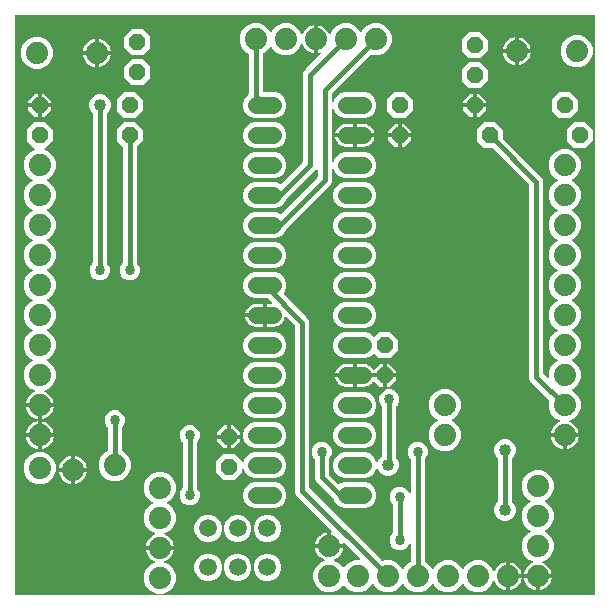
<source format=gbr>
G04 EAGLE Gerber RS-274X export*
G75*
%MOMM*%
%FSLAX34Y34*%
%LPD*%
%INBottom Copper*%
%IPPOS*%
%AMOC8*
5,1,8,0,0,1.08239X$1,22.5*%
G01*
%ADD10P,1.539592X8X292.500000*%
%ADD11P,1.539592X8X112.500000*%
%ADD12P,1.539592X8X22.500000*%
%ADD13P,1.539592X8X202.500000*%
%ADD14C,1.422400*%
%ADD15C,1.879600*%
%ADD16C,1.509600*%
%ADD17C,0.406400*%
%ADD18C,0.858000*%
%ADD19C,1.016000*%

G36*
X495194Y4068D02*
X495194Y4068D01*
X495213Y4066D01*
X495315Y4088D01*
X495417Y4104D01*
X495434Y4114D01*
X495454Y4118D01*
X495543Y4171D01*
X495634Y4220D01*
X495648Y4234D01*
X495665Y4244D01*
X495732Y4323D01*
X495804Y4398D01*
X495812Y4416D01*
X495825Y4431D01*
X495864Y4527D01*
X495907Y4621D01*
X495909Y4641D01*
X495917Y4659D01*
X495935Y4826D01*
X495935Y495174D01*
X495932Y495194D01*
X495934Y495213D01*
X495912Y495315D01*
X495896Y495417D01*
X495886Y495434D01*
X495882Y495454D01*
X495829Y495543D01*
X495780Y495634D01*
X495766Y495648D01*
X495756Y495665D01*
X495677Y495732D01*
X495602Y495804D01*
X495584Y495812D01*
X495569Y495825D01*
X495473Y495864D01*
X495379Y495907D01*
X495359Y495909D01*
X495341Y495917D01*
X495174Y495935D01*
X4826Y495935D01*
X4806Y495932D01*
X4787Y495934D01*
X4685Y495912D01*
X4583Y495896D01*
X4566Y495886D01*
X4546Y495882D01*
X4457Y495829D01*
X4366Y495780D01*
X4352Y495766D01*
X4335Y495756D01*
X4268Y495677D01*
X4196Y495602D01*
X4188Y495584D01*
X4175Y495569D01*
X4136Y495473D01*
X4093Y495379D01*
X4091Y495359D01*
X4083Y495341D01*
X4065Y495174D01*
X4065Y4826D01*
X4068Y4806D01*
X4066Y4787D01*
X4088Y4685D01*
X4104Y4583D01*
X4114Y4566D01*
X4118Y4546D01*
X4171Y4457D01*
X4220Y4366D01*
X4234Y4352D01*
X4244Y4335D01*
X4323Y4268D01*
X4398Y4196D01*
X4416Y4188D01*
X4431Y4175D01*
X4527Y4136D01*
X4621Y4093D01*
X4641Y4091D01*
X4659Y4083D01*
X4826Y4065D01*
X495174Y4065D01*
X495194Y4068D01*
G37*
%LPC*%
G36*
X206565Y306323D02*
X206565Y306323D01*
X202457Y308025D01*
X199313Y311169D01*
X197611Y315277D01*
X197611Y319723D01*
X199313Y323831D01*
X202457Y326975D01*
X206565Y328677D01*
X225235Y328677D01*
X228951Y327138D01*
X229064Y327111D01*
X229178Y327082D01*
X229184Y327083D01*
X229190Y327081D01*
X229307Y327092D01*
X229423Y327102D01*
X229429Y327104D01*
X229435Y327105D01*
X229543Y327152D01*
X229650Y327198D01*
X229655Y327202D01*
X229660Y327205D01*
X229674Y327217D01*
X229781Y327303D01*
X260380Y357902D01*
X260433Y357976D01*
X260493Y358046D01*
X260505Y358076D01*
X260524Y358102D01*
X260551Y358189D01*
X260585Y358274D01*
X260589Y358315D01*
X260596Y358337D01*
X260595Y358369D01*
X260603Y358441D01*
X260603Y364483D01*
X260588Y364579D01*
X260578Y364677D01*
X260568Y364700D01*
X260564Y364726D01*
X260518Y364812D01*
X260478Y364901D01*
X260461Y364920D01*
X260448Y364943D01*
X260378Y365010D01*
X260312Y365082D01*
X260289Y365095D01*
X260270Y365113D01*
X260181Y365154D01*
X260096Y365201D01*
X260071Y365205D01*
X260047Y365216D01*
X259950Y365227D01*
X259854Y365244D01*
X259828Y365241D01*
X259803Y365243D01*
X259707Y365223D01*
X259611Y365208D01*
X259588Y365197D01*
X259562Y365191D01*
X259479Y365141D01*
X259392Y365097D01*
X259373Y365078D01*
X259351Y365065D01*
X259288Y364991D01*
X259219Y364921D01*
X259204Y364893D01*
X259191Y364878D01*
X259185Y364863D01*
X233876Y339554D01*
X233723Y339401D01*
X233685Y339348D01*
X233639Y339301D01*
X233599Y339228D01*
X233579Y339201D01*
X233574Y339183D01*
X233558Y339154D01*
X232487Y336569D01*
X229343Y333425D01*
X225235Y331723D01*
X206565Y331723D01*
X202457Y333425D01*
X199313Y336569D01*
X197611Y340677D01*
X197611Y345123D01*
X199313Y349231D01*
X202457Y352375D01*
X206565Y354077D01*
X225235Y354077D01*
X228951Y352538D01*
X229064Y352511D01*
X229178Y352482D01*
X229184Y352483D01*
X229190Y352481D01*
X229307Y352492D01*
X229423Y352502D01*
X229429Y352504D01*
X229435Y352505D01*
X229543Y352552D01*
X229650Y352598D01*
X229655Y352602D01*
X229660Y352605D01*
X229674Y352617D01*
X229781Y352703D01*
X247680Y370602D01*
X247733Y370676D01*
X247793Y370746D01*
X247805Y370776D01*
X247824Y370802D01*
X247851Y370889D01*
X247885Y370974D01*
X247889Y371015D01*
X247896Y371037D01*
X247895Y371069D01*
X247903Y371141D01*
X247903Y445713D01*
X248831Y447954D01*
X250654Y449776D01*
X263096Y462218D01*
X263136Y462273D01*
X263183Y462322D01*
X263207Y462373D01*
X263240Y462418D01*
X263260Y462483D01*
X263289Y462544D01*
X263296Y462600D01*
X263312Y462653D01*
X263310Y462721D01*
X263318Y462788D01*
X263307Y462843D01*
X263306Y462899D01*
X263282Y462963D01*
X263269Y463029D01*
X263240Y463077D01*
X263221Y463130D01*
X263179Y463183D01*
X263145Y463241D01*
X263102Y463278D01*
X263068Y463322D01*
X263011Y463359D01*
X262959Y463403D01*
X262908Y463425D01*
X262861Y463455D01*
X262795Y463472D01*
X262732Y463497D01*
X262676Y463501D01*
X262622Y463515D01*
X262555Y463510D01*
X262487Y463514D01*
X262410Y463498D01*
X262377Y463496D01*
X262358Y463488D01*
X262323Y463480D01*
X261876Y463335D01*
X260603Y463134D01*
X260603Y474218D01*
X260600Y474238D01*
X260602Y474257D01*
X260580Y474359D01*
X260563Y474461D01*
X260554Y474478D01*
X260550Y474498D01*
X260497Y474587D01*
X260448Y474678D01*
X260434Y474692D01*
X260424Y474709D01*
X260345Y474776D01*
X260270Y474847D01*
X260252Y474856D01*
X260237Y474869D01*
X260141Y474907D01*
X260047Y474951D01*
X260027Y474953D01*
X260009Y474961D01*
X259842Y474979D01*
X258318Y474979D01*
X258298Y474976D01*
X258279Y474978D01*
X258177Y474956D01*
X258075Y474939D01*
X258058Y474930D01*
X258038Y474926D01*
X257949Y474873D01*
X257858Y474824D01*
X257844Y474810D01*
X257827Y474800D01*
X257760Y474721D01*
X257689Y474646D01*
X257680Y474628D01*
X257667Y474613D01*
X257628Y474517D01*
X257585Y474423D01*
X257583Y474403D01*
X257575Y474385D01*
X257557Y474218D01*
X257557Y463134D01*
X256284Y463335D01*
X254497Y463916D01*
X252823Y464769D01*
X251302Y465874D01*
X249974Y467202D01*
X248869Y468723D01*
X248016Y470397D01*
X247923Y470684D01*
X247876Y470774D01*
X247835Y470866D01*
X247820Y470882D01*
X247810Y470902D01*
X247737Y470973D01*
X247669Y471047D01*
X247649Y471058D01*
X247633Y471073D01*
X247542Y471117D01*
X247453Y471166D01*
X247431Y471170D01*
X247411Y471179D01*
X247311Y471192D01*
X247211Y471210D01*
X247189Y471206D01*
X247167Y471209D01*
X247068Y471189D01*
X246968Y471174D01*
X246948Y471164D01*
X246926Y471159D01*
X246839Y471108D01*
X246749Y471062D01*
X246733Y471046D01*
X246714Y471035D01*
X246647Y470959D01*
X246576Y470887D01*
X246563Y470863D01*
X246552Y470850D01*
X246540Y470820D01*
X246496Y470740D01*
X245093Y467354D01*
X241306Y463567D01*
X236358Y461517D01*
X231002Y461517D01*
X226054Y463567D01*
X222267Y467354D01*
X221683Y468763D01*
X221646Y468824D01*
X221616Y468889D01*
X221581Y468928D01*
X221554Y468972D01*
X221498Y469018D01*
X221450Y469070D01*
X221404Y469095D01*
X221364Y469129D01*
X221297Y469154D01*
X221234Y469189D01*
X221183Y469198D01*
X221135Y469217D01*
X221063Y469220D01*
X220992Y469233D01*
X220941Y469225D01*
X220889Y469227D01*
X220820Y469207D01*
X220749Y469197D01*
X220703Y469173D01*
X220653Y469159D01*
X220594Y469118D01*
X220530Y469085D01*
X220493Y469048D01*
X220451Y469018D01*
X220408Y468961D01*
X220358Y468910D01*
X220323Y468847D01*
X220304Y468821D01*
X220297Y468799D01*
X220277Y468763D01*
X219693Y467354D01*
X215906Y463567D01*
X214847Y463128D01*
X214747Y463066D01*
X214647Y463007D01*
X214643Y463002D01*
X214638Y462998D01*
X214563Y462908D01*
X214487Y462820D01*
X214485Y462814D01*
X214481Y462809D01*
X214439Y462701D01*
X214395Y462591D01*
X214394Y462584D01*
X214393Y462579D01*
X214392Y462561D01*
X214377Y462425D01*
X214377Y431038D01*
X214380Y431018D01*
X214378Y430999D01*
X214400Y430897D01*
X214416Y430795D01*
X214426Y430778D01*
X214430Y430758D01*
X214483Y430669D01*
X214532Y430578D01*
X214546Y430564D01*
X214556Y430547D01*
X214635Y430480D01*
X214710Y430408D01*
X214728Y430400D01*
X214743Y430387D01*
X214839Y430348D01*
X214933Y430305D01*
X214953Y430303D01*
X214971Y430295D01*
X215138Y430277D01*
X225235Y430277D01*
X229343Y428575D01*
X232487Y425431D01*
X234189Y421323D01*
X234189Y416877D01*
X232487Y412769D01*
X229343Y409625D01*
X225235Y407923D01*
X206565Y407923D01*
X202457Y409625D01*
X199313Y412769D01*
X197611Y416877D01*
X197611Y421323D01*
X199313Y425431D01*
X201960Y428079D01*
X202013Y428153D01*
X202073Y428222D01*
X202085Y428252D01*
X202104Y428278D01*
X202131Y428365D01*
X202165Y428450D01*
X202169Y428491D01*
X202176Y428513D01*
X202175Y428546D01*
X202183Y428617D01*
X202183Y462425D01*
X202164Y462539D01*
X202147Y462656D01*
X202145Y462661D01*
X202144Y462668D01*
X202089Y462770D01*
X202036Y462875D01*
X202031Y462879D01*
X202028Y462885D01*
X201944Y462965D01*
X201860Y463047D01*
X201854Y463051D01*
X201850Y463054D01*
X201833Y463062D01*
X201713Y463128D01*
X200654Y463567D01*
X196867Y467354D01*
X194817Y472302D01*
X194817Y477658D01*
X196867Y482606D01*
X200654Y486393D01*
X205602Y488443D01*
X210958Y488443D01*
X215906Y486393D01*
X219693Y482606D01*
X220277Y481197D01*
X220315Y481136D01*
X220344Y481071D01*
X220379Y481032D01*
X220406Y480988D01*
X220462Y480942D01*
X220510Y480890D01*
X220556Y480865D01*
X220596Y480831D01*
X220663Y480806D01*
X220726Y480771D01*
X220777Y480762D01*
X220825Y480743D01*
X220897Y480740D01*
X220968Y480727D01*
X221019Y480735D01*
X221071Y480733D01*
X221140Y480753D01*
X221211Y480763D01*
X221257Y480787D01*
X221307Y480801D01*
X221366Y480842D01*
X221430Y480875D01*
X221467Y480912D01*
X221509Y480942D01*
X221552Y480999D01*
X221602Y481050D01*
X221637Y481113D01*
X221656Y481139D01*
X221663Y481161D01*
X221683Y481197D01*
X222267Y482606D01*
X226054Y486393D01*
X231002Y488443D01*
X236358Y488443D01*
X241306Y486393D01*
X245093Y482606D01*
X246496Y479220D01*
X246549Y479134D01*
X246597Y479045D01*
X246614Y479030D01*
X246625Y479011D01*
X246703Y478947D01*
X246777Y478878D01*
X246798Y478869D01*
X246815Y478854D01*
X246909Y478818D01*
X247002Y478776D01*
X247024Y478774D01*
X247044Y478766D01*
X247145Y478762D01*
X247246Y478752D01*
X247268Y478757D01*
X247290Y478756D01*
X247387Y478784D01*
X247486Y478807D01*
X247505Y478818D01*
X247526Y478824D01*
X247609Y478882D01*
X247696Y478935D01*
X247710Y478952D01*
X247728Y478965D01*
X247789Y479046D01*
X247854Y479124D01*
X247865Y479148D01*
X247875Y479162D01*
X247885Y479193D01*
X247923Y479276D01*
X248016Y479563D01*
X248869Y481237D01*
X249974Y482758D01*
X251302Y484086D01*
X252823Y485191D01*
X254497Y486044D01*
X256284Y486625D01*
X257557Y486826D01*
X257557Y475742D01*
X257560Y475722D01*
X257558Y475703D01*
X257580Y475601D01*
X257597Y475499D01*
X257606Y475482D01*
X257610Y475462D01*
X257663Y475373D01*
X257712Y475282D01*
X257726Y475268D01*
X257736Y475251D01*
X257815Y475184D01*
X257890Y475113D01*
X257908Y475104D01*
X257923Y475091D01*
X258019Y475053D01*
X258113Y475009D01*
X258133Y475007D01*
X258151Y474999D01*
X258318Y474981D01*
X259842Y474981D01*
X259862Y474984D01*
X259881Y474982D01*
X259983Y475004D01*
X260085Y475021D01*
X260102Y475030D01*
X260122Y475034D01*
X260211Y475087D01*
X260302Y475136D01*
X260316Y475150D01*
X260333Y475160D01*
X260400Y475239D01*
X260471Y475314D01*
X260480Y475332D01*
X260493Y475347D01*
X260532Y475443D01*
X260575Y475537D01*
X260577Y475557D01*
X260585Y475575D01*
X260603Y475742D01*
X260603Y486826D01*
X261876Y486625D01*
X263663Y486044D01*
X265337Y485191D01*
X266858Y484086D01*
X268186Y482758D01*
X269291Y481237D01*
X270144Y479563D01*
X270237Y479276D01*
X270284Y479186D01*
X270325Y479094D01*
X270340Y479078D01*
X270350Y479058D01*
X270423Y478987D01*
X270491Y478913D01*
X270511Y478902D01*
X270527Y478887D01*
X270618Y478843D01*
X270707Y478794D01*
X270729Y478790D01*
X270749Y478781D01*
X270849Y478768D01*
X270949Y478750D01*
X270971Y478754D01*
X270993Y478751D01*
X271092Y478771D01*
X271192Y478786D01*
X271212Y478796D01*
X271234Y478801D01*
X271321Y478852D01*
X271411Y478898D01*
X271427Y478914D01*
X271446Y478925D01*
X271513Y479001D01*
X271584Y479073D01*
X271597Y479097D01*
X271608Y479110D01*
X271620Y479140D01*
X271664Y479220D01*
X273067Y482606D01*
X276854Y486393D01*
X281802Y488443D01*
X287158Y488443D01*
X292106Y486393D01*
X295893Y482606D01*
X296477Y481197D01*
X296515Y481136D01*
X296544Y481071D01*
X296579Y481032D01*
X296606Y480988D01*
X296662Y480942D01*
X296710Y480890D01*
X296756Y480865D01*
X296796Y480831D01*
X296863Y480806D01*
X296926Y480771D01*
X296977Y480762D01*
X297025Y480743D01*
X297097Y480740D01*
X297168Y480727D01*
X297219Y480735D01*
X297271Y480733D01*
X297340Y480753D01*
X297411Y480763D01*
X297457Y480787D01*
X297507Y480801D01*
X297566Y480842D01*
X297630Y480875D01*
X297667Y480912D01*
X297709Y480942D01*
X297752Y480999D01*
X297802Y481050D01*
X297837Y481113D01*
X297856Y481139D01*
X297863Y481161D01*
X297883Y481197D01*
X298467Y482606D01*
X302254Y486393D01*
X307202Y488443D01*
X312558Y488443D01*
X317506Y486393D01*
X321293Y482606D01*
X323343Y477658D01*
X323343Y472302D01*
X321293Y467354D01*
X317506Y463567D01*
X312558Y461517D01*
X307202Y461517D01*
X306143Y461956D01*
X306029Y461983D01*
X305916Y462011D01*
X305909Y462011D01*
X305903Y462012D01*
X305787Y462001D01*
X305670Y461992D01*
X305665Y461990D01*
X305658Y461989D01*
X305551Y461941D01*
X305444Y461896D01*
X305438Y461891D01*
X305434Y461889D01*
X305420Y461876D01*
X305313Y461791D01*
X273020Y429498D01*
X272967Y429424D01*
X272907Y429354D01*
X272895Y429324D01*
X272876Y429298D01*
X272849Y429211D01*
X272815Y429126D01*
X272811Y429085D01*
X272804Y429063D01*
X272805Y429031D01*
X272797Y428959D01*
X272797Y422701D01*
X272812Y422605D01*
X272822Y422508D01*
X272832Y422484D01*
X272836Y422458D01*
X272882Y422372D01*
X272922Y422283D01*
X272939Y422264D01*
X272952Y422241D01*
X273022Y422174D01*
X273088Y422102D01*
X273111Y422089D01*
X273130Y422071D01*
X273218Y422030D01*
X273304Y421983D01*
X273329Y421979D01*
X273353Y421968D01*
X273450Y421957D01*
X273546Y421940D01*
X273572Y421944D01*
X273597Y421941D01*
X273693Y421961D01*
X273789Y421976D01*
X273812Y421987D01*
X273838Y421993D01*
X273921Y422043D01*
X274008Y422087D01*
X274027Y422106D01*
X274049Y422119D01*
X274112Y422193D01*
X274180Y422263D01*
X274196Y422291D01*
X274209Y422306D01*
X274221Y422337D01*
X274261Y422410D01*
X275513Y425431D01*
X278657Y428575D01*
X282765Y430277D01*
X301435Y430277D01*
X305543Y428575D01*
X308687Y425431D01*
X310389Y421323D01*
X310389Y416877D01*
X308687Y412769D01*
X305543Y409625D01*
X301435Y407923D01*
X282765Y407923D01*
X278657Y409625D01*
X275513Y412769D01*
X274261Y415790D01*
X274210Y415873D01*
X274164Y415959D01*
X274146Y415977D01*
X274132Y415999D01*
X274056Y416062D01*
X273986Y416129D01*
X273962Y416140D01*
X273942Y416156D01*
X273851Y416191D01*
X273763Y416232D01*
X273737Y416235D01*
X273713Y416244D01*
X273615Y416249D01*
X273519Y416259D01*
X273493Y416254D01*
X273467Y416255D01*
X273373Y416228D01*
X273278Y416207D01*
X273256Y416194D01*
X273231Y416186D01*
X273151Y416131D01*
X273067Y416081D01*
X273050Y416061D01*
X273029Y416046D01*
X272970Y415968D01*
X272907Y415894D01*
X272897Y415870D01*
X272882Y415849D01*
X272852Y415756D01*
X272815Y415666D01*
X272812Y415633D01*
X272806Y415615D01*
X272806Y415582D01*
X272797Y415499D01*
X272797Y371901D01*
X272812Y371805D01*
X272822Y371708D01*
X272832Y371684D01*
X272836Y371658D01*
X272882Y371572D01*
X272922Y371483D01*
X272939Y371464D01*
X272952Y371441D01*
X273022Y371374D01*
X273088Y371302D01*
X273111Y371289D01*
X273130Y371271D01*
X273218Y371230D01*
X273304Y371183D01*
X273329Y371179D01*
X273353Y371168D01*
X273450Y371157D01*
X273546Y371140D01*
X273572Y371144D01*
X273597Y371141D01*
X273693Y371161D01*
X273789Y371176D01*
X273812Y371187D01*
X273838Y371193D01*
X273921Y371243D01*
X274008Y371287D01*
X274027Y371306D01*
X274049Y371319D01*
X274112Y371393D01*
X274180Y371463D01*
X274196Y371491D01*
X274209Y371506D01*
X274221Y371537D01*
X274261Y371610D01*
X275513Y374631D01*
X278657Y377775D01*
X282765Y379477D01*
X301435Y379477D01*
X305543Y377775D01*
X308687Y374631D01*
X310389Y370523D01*
X310389Y366077D01*
X308687Y361969D01*
X305543Y358825D01*
X301435Y357123D01*
X282765Y357123D01*
X278657Y358825D01*
X275513Y361969D01*
X274261Y364990D01*
X274210Y365073D01*
X274164Y365159D01*
X274146Y365177D01*
X274132Y365199D01*
X274056Y365262D01*
X273986Y365329D01*
X273962Y365340D01*
X273942Y365356D01*
X273851Y365391D01*
X273763Y365432D01*
X273737Y365435D01*
X273713Y365444D01*
X273615Y365449D01*
X273519Y365459D01*
X273493Y365454D01*
X273467Y365455D01*
X273373Y365428D01*
X273278Y365407D01*
X273256Y365394D01*
X273231Y365386D01*
X273151Y365331D01*
X273067Y365281D01*
X273050Y365261D01*
X273029Y365246D01*
X272970Y365168D01*
X272907Y365094D01*
X272897Y365070D01*
X272882Y365049D01*
X272852Y364956D01*
X272815Y364866D01*
X272812Y364833D01*
X272806Y364815D01*
X272806Y364782D01*
X272797Y364699D01*
X272797Y354387D01*
X271869Y352146D01*
X233723Y314001D01*
X233685Y313948D01*
X233639Y313901D01*
X233599Y313828D01*
X233579Y313801D01*
X233574Y313783D01*
X233558Y313754D01*
X232487Y311169D01*
X229343Y308025D01*
X225235Y306323D01*
X206565Y306323D01*
G37*
%LPD*%
%LPC*%
G36*
X267832Y6857D02*
X267832Y6857D01*
X262884Y8907D01*
X259097Y12694D01*
X257047Y17642D01*
X257047Y22998D01*
X259097Y27946D01*
X262884Y31733D01*
X266270Y33136D01*
X266356Y33189D01*
X266445Y33237D01*
X266460Y33254D01*
X266479Y33265D01*
X266543Y33343D01*
X266612Y33417D01*
X266621Y33438D01*
X266636Y33455D01*
X266672Y33549D01*
X266714Y33642D01*
X266716Y33664D01*
X266724Y33684D01*
X266728Y33785D01*
X266738Y33886D01*
X266733Y33908D01*
X266734Y33930D01*
X266706Y34027D01*
X266683Y34126D01*
X266672Y34145D01*
X266666Y34166D01*
X266608Y34249D01*
X266555Y34336D01*
X266538Y34350D01*
X266525Y34368D01*
X266444Y34429D01*
X266366Y34494D01*
X266342Y34505D01*
X266328Y34515D01*
X266297Y34525D01*
X266214Y34563D01*
X265927Y34656D01*
X264253Y35509D01*
X262732Y36614D01*
X261404Y37942D01*
X260299Y39463D01*
X259446Y41137D01*
X258865Y42924D01*
X258664Y44197D01*
X269748Y44197D01*
X269768Y44200D01*
X269787Y44198D01*
X269889Y44220D01*
X269991Y44237D01*
X270008Y44246D01*
X270028Y44250D01*
X270117Y44303D01*
X270208Y44352D01*
X270222Y44366D01*
X270239Y44376D01*
X270306Y44455D01*
X270377Y44530D01*
X270386Y44548D01*
X270399Y44563D01*
X270437Y44659D01*
X270481Y44753D01*
X270483Y44773D01*
X270491Y44791D01*
X270509Y44958D01*
X270509Y45721D01*
X270511Y45721D01*
X270511Y44958D01*
X270514Y44938D01*
X270512Y44919D01*
X270534Y44817D01*
X270551Y44715D01*
X270560Y44698D01*
X270564Y44678D01*
X270617Y44589D01*
X270666Y44498D01*
X270680Y44484D01*
X270690Y44467D01*
X270769Y44400D01*
X270844Y44329D01*
X270862Y44320D01*
X270877Y44307D01*
X270973Y44268D01*
X271067Y44225D01*
X271087Y44223D01*
X271105Y44215D01*
X271272Y44197D01*
X282356Y44197D01*
X282155Y42924D01*
X281574Y41137D01*
X280721Y39463D01*
X279616Y37942D01*
X278288Y36614D01*
X276767Y35509D01*
X275093Y34656D01*
X274806Y34563D01*
X274716Y34516D01*
X274624Y34475D01*
X274608Y34460D01*
X274588Y34450D01*
X274517Y34377D01*
X274443Y34309D01*
X274432Y34289D01*
X274417Y34273D01*
X274373Y34182D01*
X274324Y34093D01*
X274320Y34071D01*
X274311Y34051D01*
X274298Y33951D01*
X274280Y33851D01*
X274284Y33829D01*
X274281Y33807D01*
X274301Y33708D01*
X274316Y33608D01*
X274326Y33588D01*
X274331Y33566D01*
X274382Y33479D01*
X274428Y33389D01*
X274444Y33373D01*
X274455Y33354D01*
X274531Y33287D01*
X274603Y33216D01*
X274627Y33203D01*
X274640Y33192D01*
X274670Y33180D01*
X274750Y33136D01*
X278136Y31733D01*
X281990Y27879D01*
X282001Y27861D01*
X282057Y27815D01*
X282106Y27762D01*
X282151Y27737D01*
X282191Y27704D01*
X282258Y27678D01*
X282322Y27644D01*
X282372Y27635D01*
X282421Y27616D01*
X282493Y27613D01*
X282564Y27600D01*
X282615Y27608D01*
X282666Y27606D01*
X282736Y27626D01*
X282807Y27637D01*
X282853Y27660D01*
X282902Y27674D01*
X282962Y27716D01*
X283026Y27748D01*
X283062Y27785D01*
X283105Y27815D01*
X283131Y27850D01*
X287014Y31733D01*
X291962Y33783D01*
X296117Y33783D01*
X296188Y33794D01*
X296260Y33796D01*
X296309Y33814D01*
X296360Y33822D01*
X296423Y33856D01*
X296491Y33881D01*
X296531Y33913D01*
X296578Y33938D01*
X296627Y33990D01*
X296683Y34034D01*
X296711Y34078D01*
X296747Y34116D01*
X296777Y34181D01*
X296816Y34241D01*
X296829Y34292D01*
X296851Y34339D01*
X296858Y34410D01*
X296876Y34480D01*
X296872Y34532D01*
X296878Y34583D01*
X296862Y34654D01*
X296857Y34725D01*
X296836Y34773D01*
X296825Y34824D01*
X296789Y34885D01*
X296760Y34951D01*
X296716Y35007D01*
X296699Y35035D01*
X296681Y35050D01*
X296656Y35082D01*
X283611Y48127D01*
X283604Y48132D01*
X283599Y48138D01*
X283504Y48204D01*
X283411Y48271D01*
X283403Y48273D01*
X283397Y48278D01*
X283285Y48310D01*
X283176Y48343D01*
X283168Y48343D01*
X283160Y48345D01*
X283045Y48340D01*
X282930Y48337D01*
X282922Y48334D01*
X282914Y48334D01*
X282807Y48292D01*
X282699Y48252D01*
X282693Y48247D01*
X282685Y48245D01*
X282596Y48170D01*
X282507Y48099D01*
X282502Y48092D01*
X282496Y48087D01*
X282436Y47989D01*
X282374Y47892D01*
X282372Y47884D01*
X282368Y47877D01*
X282342Y47765D01*
X282314Y47653D01*
X282314Y47645D01*
X282313Y47638D01*
X282320Y47470D01*
X282356Y47243D01*
X272033Y47243D01*
X272033Y57566D01*
X272260Y57530D01*
X272268Y57530D01*
X272276Y57528D01*
X272391Y57531D01*
X272506Y57532D01*
X272514Y57534D01*
X272522Y57534D01*
X272630Y57574D01*
X272739Y57611D01*
X272745Y57616D01*
X272753Y57619D01*
X272843Y57691D01*
X272934Y57761D01*
X272938Y57768D01*
X272945Y57773D01*
X273007Y57870D01*
X273071Y57965D01*
X273073Y57973D01*
X273078Y57979D01*
X273106Y58091D01*
X273136Y58202D01*
X273136Y58210D01*
X273138Y58218D01*
X273129Y58332D01*
X273122Y58448D01*
X273119Y58455D01*
X273119Y58463D01*
X273074Y58568D01*
X273031Y58676D01*
X273025Y58682D01*
X273022Y58690D01*
X272917Y58821D01*
X242481Y89256D01*
X241553Y91497D01*
X241553Y232109D01*
X241539Y232199D01*
X241531Y232290D01*
X241519Y232320D01*
X241514Y232352D01*
X241471Y232433D01*
X241435Y232517D01*
X241409Y232549D01*
X241398Y232569D01*
X241375Y232592D01*
X241330Y232648D01*
X233827Y240151D01*
X233817Y240158D01*
X233810Y240168D01*
X233717Y240230D01*
X233627Y240295D01*
X233616Y240298D01*
X233606Y240305D01*
X233498Y240334D01*
X233392Y240367D01*
X233380Y240367D01*
X233368Y240370D01*
X233258Y240364D01*
X233146Y240361D01*
X233135Y240356D01*
X233123Y240356D01*
X233020Y240315D01*
X232915Y240276D01*
X232906Y240269D01*
X232895Y240264D01*
X232810Y240192D01*
X232723Y240122D01*
X232717Y240112D01*
X232707Y240105D01*
X232650Y240009D01*
X232590Y239916D01*
X232587Y239904D01*
X232581Y239894D01*
X232537Y239732D01*
X232427Y239040D01*
X231958Y237595D01*
X231268Y236241D01*
X230375Y235012D01*
X229300Y233937D01*
X228071Y233044D01*
X226717Y232354D01*
X225272Y231885D01*
X223772Y231647D01*
X217423Y231647D01*
X217423Y240538D01*
X217420Y240558D01*
X217422Y240577D01*
X217400Y240679D01*
X217383Y240781D01*
X217374Y240798D01*
X217370Y240818D01*
X217317Y240907D01*
X217268Y240998D01*
X217254Y241012D01*
X217244Y241029D01*
X217165Y241096D01*
X217090Y241167D01*
X217072Y241176D01*
X217057Y241189D01*
X216961Y241227D01*
X216867Y241271D01*
X216847Y241273D01*
X216829Y241281D01*
X216662Y241299D01*
X215899Y241299D01*
X215899Y241301D01*
X216662Y241301D01*
X216682Y241304D01*
X216701Y241302D01*
X216803Y241324D01*
X216905Y241341D01*
X216922Y241350D01*
X216942Y241354D01*
X217031Y241407D01*
X217122Y241456D01*
X217136Y241470D01*
X217153Y241480D01*
X217220Y241559D01*
X217291Y241634D01*
X217300Y241652D01*
X217313Y241667D01*
X217352Y241763D01*
X217395Y241857D01*
X217397Y241877D01*
X217405Y241895D01*
X217423Y242062D01*
X217423Y250953D01*
X221187Y250953D01*
X221258Y250964D01*
X221330Y250966D01*
X221379Y250984D01*
X221430Y250992D01*
X221493Y251026D01*
X221561Y251051D01*
X221601Y251083D01*
X221648Y251108D01*
X221697Y251160D01*
X221753Y251204D01*
X221781Y251248D01*
X221817Y251286D01*
X221847Y251351D01*
X221886Y251411D01*
X221899Y251462D01*
X221921Y251509D01*
X221928Y251580D01*
X221946Y251650D01*
X221942Y251702D01*
X221948Y251753D01*
X221932Y251824D01*
X221927Y251895D01*
X221906Y251943D01*
X221895Y251994D01*
X221859Y252055D01*
X221830Y252121D01*
X221786Y252177D01*
X221769Y252205D01*
X221751Y252220D01*
X221726Y252252D01*
X218678Y255300D01*
X218604Y255353D01*
X218534Y255413D01*
X218504Y255425D01*
X218478Y255444D01*
X218391Y255471D01*
X218306Y255505D01*
X218265Y255509D01*
X218243Y255516D01*
X218211Y255515D01*
X218139Y255523D01*
X206565Y255523D01*
X202457Y257225D01*
X199313Y260369D01*
X197611Y264477D01*
X197611Y268923D01*
X199313Y273031D01*
X202457Y276175D01*
X206565Y277877D01*
X225235Y277877D01*
X229343Y276175D01*
X232487Y273031D01*
X234189Y268923D01*
X234189Y264477D01*
X232487Y260369D01*
X232208Y260090D01*
X232197Y260074D01*
X232181Y260062D01*
X232125Y259974D01*
X232065Y259890D01*
X232059Y259871D01*
X232048Y259855D01*
X232023Y259754D01*
X231993Y259655D01*
X231993Y259635D01*
X231988Y259616D01*
X231996Y259513D01*
X231999Y259409D01*
X232006Y259391D01*
X232007Y259371D01*
X232048Y259276D01*
X232083Y259178D01*
X232096Y259163D01*
X232104Y259145D01*
X232208Y259014D01*
X250996Y240226D01*
X252819Y238404D01*
X253747Y236163D01*
X253747Y95551D01*
X253761Y95461D01*
X253769Y95370D01*
X253781Y95340D01*
X253786Y95308D01*
X253829Y95227D01*
X253865Y95143D01*
X253891Y95111D01*
X253902Y95091D01*
X253925Y95068D01*
X253970Y95012D01*
X315473Y33509D01*
X315568Y33441D01*
X315662Y33371D01*
X315668Y33369D01*
X315673Y33365D01*
X315784Y33331D01*
X315896Y33295D01*
X315902Y33295D01*
X315908Y33293D01*
X316025Y33296D01*
X316142Y33297D01*
X316149Y33299D01*
X316154Y33299D01*
X316171Y33306D01*
X316303Y33344D01*
X317362Y33783D01*
X322718Y33783D01*
X327666Y31733D01*
X331453Y27946D01*
X332037Y26537D01*
X332074Y26476D01*
X332104Y26411D01*
X332139Y26372D01*
X332166Y26328D01*
X332222Y26282D01*
X332270Y26230D01*
X332316Y26205D01*
X332356Y26171D01*
X332423Y26146D01*
X332486Y26111D01*
X332537Y26102D01*
X332585Y26083D01*
X332657Y26080D01*
X332728Y26067D01*
X332779Y26075D01*
X332831Y26073D01*
X332900Y26093D01*
X332971Y26103D01*
X333017Y26127D01*
X333067Y26141D01*
X333126Y26182D01*
X333190Y26215D01*
X333227Y26252D01*
X333269Y26282D01*
X333312Y26339D01*
X333362Y26390D01*
X333397Y26453D01*
X333416Y26479D01*
X333423Y26501D01*
X333443Y26537D01*
X334027Y27946D01*
X337814Y31733D01*
X338873Y32172D01*
X338973Y32234D01*
X339073Y32293D01*
X339077Y32298D01*
X339082Y32302D01*
X339157Y32392D01*
X339233Y32480D01*
X339235Y32486D01*
X339239Y32491D01*
X339281Y32599D01*
X339325Y32709D01*
X339326Y32716D01*
X339327Y32721D01*
X339328Y32739D01*
X339343Y32875D01*
X339343Y47215D01*
X339328Y47311D01*
X339318Y47408D01*
X339308Y47432D01*
X339304Y47458D01*
X339258Y47544D01*
X339218Y47633D01*
X339201Y47652D01*
X339188Y47675D01*
X339118Y47742D01*
X339052Y47814D01*
X339029Y47826D01*
X339010Y47844D01*
X338922Y47885D01*
X338836Y47932D01*
X338811Y47937D01*
X338787Y47948D01*
X338690Y47959D01*
X338594Y47976D01*
X338568Y47972D01*
X338543Y47975D01*
X338447Y47954D01*
X338351Y47940D01*
X338328Y47928D01*
X338302Y47923D01*
X338219Y47873D01*
X338132Y47829D01*
X338113Y47810D01*
X338091Y47797D01*
X338028Y47723D01*
X337960Y47653D01*
X337944Y47624D01*
X337931Y47610D01*
X337919Y47579D01*
X337879Y47506D01*
X337283Y46067D01*
X334933Y43717D01*
X331862Y42445D01*
X328538Y42445D01*
X325467Y43717D01*
X323117Y46067D01*
X321845Y49138D01*
X321845Y52462D01*
X323117Y55533D01*
X323880Y56296D01*
X323933Y56370D01*
X323993Y56439D01*
X324005Y56469D01*
X324024Y56495D01*
X324051Y56582D01*
X324085Y56667D01*
X324089Y56708D01*
X324096Y56731D01*
X324095Y56763D01*
X324103Y56834D01*
X324103Y81596D01*
X324089Y81686D01*
X324081Y81777D01*
X324069Y81807D01*
X324064Y81839D01*
X324021Y81919D01*
X323985Y82003D01*
X323959Y82035D01*
X323948Y82056D01*
X323925Y82078D01*
X323880Y82134D01*
X323117Y82897D01*
X321845Y85968D01*
X321845Y89292D01*
X323117Y92363D01*
X325467Y94713D01*
X328538Y95985D01*
X331862Y95985D01*
X334933Y94713D01*
X337283Y92363D01*
X337879Y90924D01*
X337930Y90841D01*
X337976Y90755D01*
X337994Y90737D01*
X338008Y90715D01*
X338084Y90653D01*
X338154Y90586D01*
X338178Y90575D01*
X338198Y90558D01*
X338289Y90523D01*
X338377Y90482D01*
X338403Y90479D01*
X338427Y90470D01*
X338525Y90466D01*
X338621Y90455D01*
X338647Y90461D01*
X338673Y90459D01*
X338767Y90487D01*
X338862Y90507D01*
X338884Y90521D01*
X338909Y90528D01*
X338989Y90583D01*
X339073Y90633D01*
X339090Y90653D01*
X339111Y90668D01*
X339170Y90746D01*
X339233Y90820D01*
X339243Y90845D01*
X339258Y90866D01*
X339288Y90958D01*
X339325Y91048D01*
X339328Y91081D01*
X339334Y91099D01*
X339334Y91132D01*
X339343Y91215D01*
X339343Y119696D01*
X339329Y119786D01*
X339321Y119877D01*
X339309Y119907D01*
X339304Y119939D01*
X339261Y120019D01*
X339225Y120103D01*
X339199Y120135D01*
X339188Y120156D01*
X339165Y120178D01*
X339120Y120234D01*
X338357Y120997D01*
X337085Y124068D01*
X337085Y127392D01*
X338357Y130463D01*
X340707Y132813D01*
X343778Y134085D01*
X347102Y134085D01*
X350173Y132813D01*
X352523Y130463D01*
X353795Y127392D01*
X353795Y124068D01*
X352523Y120997D01*
X351760Y120234D01*
X351707Y120160D01*
X351647Y120091D01*
X351635Y120061D01*
X351616Y120035D01*
X351589Y119948D01*
X351555Y119863D01*
X351551Y119822D01*
X351544Y119799D01*
X351545Y119767D01*
X351537Y119696D01*
X351537Y32875D01*
X351556Y32761D01*
X351573Y32644D01*
X351575Y32639D01*
X351576Y32632D01*
X351631Y32530D01*
X351684Y32425D01*
X351689Y32421D01*
X351692Y32415D01*
X351776Y32335D01*
X351860Y32253D01*
X351866Y32249D01*
X351870Y32246D01*
X351887Y32238D01*
X352007Y32172D01*
X353066Y31733D01*
X356853Y27946D01*
X357437Y26537D01*
X357474Y26476D01*
X357504Y26411D01*
X357539Y26372D01*
X357566Y26328D01*
X357622Y26282D01*
X357670Y26230D01*
X357716Y26205D01*
X357756Y26171D01*
X357823Y26146D01*
X357886Y26111D01*
X357937Y26102D01*
X357985Y26083D01*
X358057Y26080D01*
X358128Y26067D01*
X358179Y26075D01*
X358231Y26073D01*
X358300Y26093D01*
X358371Y26103D01*
X358417Y26127D01*
X358467Y26141D01*
X358526Y26182D01*
X358590Y26215D01*
X358627Y26252D01*
X358669Y26282D01*
X358712Y26339D01*
X358762Y26390D01*
X358797Y26453D01*
X358816Y26479D01*
X358823Y26501D01*
X358843Y26537D01*
X359427Y27946D01*
X363214Y31733D01*
X368162Y33783D01*
X373518Y33783D01*
X378466Y31733D01*
X382253Y27946D01*
X382837Y26537D01*
X382874Y26476D01*
X382904Y26411D01*
X382939Y26372D01*
X382966Y26328D01*
X383022Y26282D01*
X383070Y26230D01*
X383116Y26205D01*
X383156Y26171D01*
X383223Y26146D01*
X383286Y26111D01*
X383337Y26102D01*
X383385Y26083D01*
X383457Y26080D01*
X383528Y26067D01*
X383579Y26075D01*
X383631Y26073D01*
X383700Y26093D01*
X383771Y26103D01*
X383817Y26127D01*
X383867Y26141D01*
X383926Y26182D01*
X383990Y26215D01*
X384027Y26252D01*
X384069Y26282D01*
X384112Y26339D01*
X384162Y26390D01*
X384197Y26453D01*
X384216Y26479D01*
X384223Y26501D01*
X384243Y26537D01*
X384827Y27946D01*
X388614Y31733D01*
X393562Y33783D01*
X398918Y33783D01*
X403866Y31733D01*
X407653Y27946D01*
X409056Y24560D01*
X409109Y24474D01*
X409157Y24385D01*
X409174Y24370D01*
X409185Y24351D01*
X409263Y24287D01*
X409337Y24218D01*
X409358Y24209D01*
X409375Y24194D01*
X409469Y24158D01*
X409562Y24116D01*
X409584Y24114D01*
X409604Y24106D01*
X409705Y24102D01*
X409806Y24092D01*
X409828Y24097D01*
X409850Y24096D01*
X409947Y24124D01*
X410046Y24147D01*
X410065Y24158D01*
X410086Y24164D01*
X410169Y24222D01*
X410256Y24275D01*
X410270Y24292D01*
X410288Y24305D01*
X410349Y24386D01*
X410414Y24464D01*
X410425Y24488D01*
X410435Y24502D01*
X410445Y24533D01*
X410483Y24616D01*
X410576Y24903D01*
X411429Y26577D01*
X412534Y28098D01*
X413862Y29426D01*
X415383Y30531D01*
X417057Y31384D01*
X418844Y31965D01*
X420117Y32166D01*
X420117Y21082D01*
X420120Y21062D01*
X420118Y21043D01*
X420140Y20941D01*
X420157Y20839D01*
X420166Y20822D01*
X420170Y20802D01*
X420223Y20713D01*
X420272Y20622D01*
X420286Y20608D01*
X420296Y20591D01*
X420375Y20524D01*
X420450Y20453D01*
X420468Y20444D01*
X420483Y20431D01*
X420579Y20393D01*
X420673Y20349D01*
X420693Y20347D01*
X420711Y20339D01*
X420878Y20321D01*
X421641Y20321D01*
X421641Y20319D01*
X420878Y20319D01*
X420858Y20316D01*
X420839Y20318D01*
X420737Y20296D01*
X420635Y20279D01*
X420618Y20270D01*
X420598Y20266D01*
X420509Y20213D01*
X420418Y20164D01*
X420404Y20150D01*
X420387Y20140D01*
X420320Y20061D01*
X420249Y19986D01*
X420240Y19968D01*
X420227Y19953D01*
X420188Y19857D01*
X420145Y19763D01*
X420143Y19743D01*
X420135Y19725D01*
X420117Y19558D01*
X420117Y8474D01*
X418844Y8675D01*
X417057Y9256D01*
X415383Y10109D01*
X413862Y11214D01*
X412534Y12542D01*
X411429Y14063D01*
X410576Y15737D01*
X410483Y16024D01*
X410436Y16114D01*
X410395Y16206D01*
X410380Y16222D01*
X410370Y16242D01*
X410297Y16313D01*
X410229Y16387D01*
X410209Y16398D01*
X410193Y16413D01*
X410102Y16457D01*
X410013Y16506D01*
X409991Y16510D01*
X409971Y16519D01*
X409871Y16532D01*
X409771Y16550D01*
X409749Y16546D01*
X409727Y16549D01*
X409628Y16529D01*
X409528Y16514D01*
X409508Y16504D01*
X409486Y16499D01*
X409399Y16448D01*
X409309Y16402D01*
X409293Y16386D01*
X409274Y16375D01*
X409207Y16299D01*
X409136Y16227D01*
X409123Y16203D01*
X409112Y16190D01*
X409100Y16160D01*
X409056Y16080D01*
X407653Y12694D01*
X403866Y8907D01*
X398918Y6857D01*
X393562Y6857D01*
X388614Y8907D01*
X384827Y12694D01*
X384243Y14103D01*
X384205Y14164D01*
X384176Y14229D01*
X384141Y14268D01*
X384114Y14312D01*
X384058Y14358D01*
X384010Y14410D01*
X383964Y14435D01*
X383924Y14469D01*
X383857Y14494D01*
X383794Y14529D01*
X383743Y14538D01*
X383695Y14557D01*
X383623Y14560D01*
X383552Y14573D01*
X383501Y14565D01*
X383449Y14567D01*
X383380Y14547D01*
X383309Y14537D01*
X383263Y14513D01*
X383213Y14499D01*
X383154Y14458D01*
X383090Y14425D01*
X383053Y14388D01*
X383011Y14358D01*
X382968Y14301D01*
X382918Y14250D01*
X382883Y14187D01*
X382864Y14161D01*
X382857Y14139D01*
X382837Y14103D01*
X382253Y12694D01*
X378466Y8907D01*
X373518Y6857D01*
X368162Y6857D01*
X363214Y8907D01*
X359427Y12694D01*
X358843Y14103D01*
X358805Y14164D01*
X358776Y14229D01*
X358741Y14268D01*
X358714Y14312D01*
X358658Y14358D01*
X358610Y14410D01*
X358564Y14435D01*
X358524Y14469D01*
X358457Y14494D01*
X358394Y14529D01*
X358343Y14538D01*
X358295Y14557D01*
X358223Y14560D01*
X358152Y14573D01*
X358101Y14565D01*
X358049Y14567D01*
X357980Y14547D01*
X357909Y14537D01*
X357863Y14513D01*
X357813Y14499D01*
X357754Y14458D01*
X357690Y14425D01*
X357653Y14388D01*
X357611Y14358D01*
X357568Y14301D01*
X357518Y14250D01*
X357483Y14187D01*
X357464Y14161D01*
X357457Y14139D01*
X357437Y14103D01*
X356853Y12694D01*
X353066Y8907D01*
X348118Y6857D01*
X342762Y6857D01*
X337814Y8907D01*
X334027Y12694D01*
X333443Y14103D01*
X333405Y14164D01*
X333376Y14229D01*
X333341Y14268D01*
X333314Y14312D01*
X333258Y14358D01*
X333210Y14410D01*
X333164Y14435D01*
X333124Y14469D01*
X333057Y14494D01*
X332994Y14529D01*
X332943Y14538D01*
X332895Y14557D01*
X332823Y14560D01*
X332752Y14573D01*
X332701Y14565D01*
X332649Y14567D01*
X332580Y14547D01*
X332509Y14537D01*
X332463Y14513D01*
X332413Y14499D01*
X332354Y14458D01*
X332290Y14425D01*
X332253Y14388D01*
X332211Y14358D01*
X332168Y14301D01*
X332118Y14250D01*
X332083Y14187D01*
X332064Y14161D01*
X332057Y14139D01*
X332037Y14103D01*
X331453Y12694D01*
X327666Y8907D01*
X322718Y6857D01*
X317362Y6857D01*
X312414Y8907D01*
X308627Y12694D01*
X308043Y14103D01*
X308005Y14164D01*
X307976Y14229D01*
X307941Y14268D01*
X307914Y14312D01*
X307858Y14358D01*
X307810Y14410D01*
X307764Y14435D01*
X307724Y14469D01*
X307657Y14494D01*
X307594Y14529D01*
X307543Y14538D01*
X307495Y14557D01*
X307423Y14560D01*
X307352Y14573D01*
X307301Y14565D01*
X307249Y14567D01*
X307180Y14547D01*
X307109Y14537D01*
X307063Y14513D01*
X307013Y14499D01*
X306954Y14458D01*
X306890Y14425D01*
X306853Y14388D01*
X306811Y14358D01*
X306768Y14301D01*
X306718Y14250D01*
X306683Y14187D01*
X306664Y14161D01*
X306657Y14139D01*
X306637Y14103D01*
X306053Y12694D01*
X302266Y8907D01*
X297318Y6857D01*
X291962Y6857D01*
X287014Y8907D01*
X283160Y12761D01*
X283150Y12778D01*
X283094Y12824D01*
X283045Y12877D01*
X283000Y12902D01*
X282960Y12935D01*
X282893Y12961D01*
X282830Y12996D01*
X282779Y13005D01*
X282731Y13024D01*
X282659Y13027D01*
X282588Y13040D01*
X282536Y13032D01*
X282485Y13034D01*
X282416Y13014D01*
X282344Y13004D01*
X282298Y12980D01*
X282249Y12966D01*
X282189Y12925D01*
X282125Y12892D01*
X282089Y12856D01*
X282046Y12826D01*
X282020Y12791D01*
X278136Y8907D01*
X273188Y6857D01*
X267832Y6857D01*
G37*
%LPD*%
%LPC*%
G36*
X469899Y139699D02*
X469899Y139699D01*
X469899Y140462D01*
X469896Y140482D01*
X469898Y140501D01*
X469876Y140603D01*
X469859Y140705D01*
X469850Y140722D01*
X469846Y140742D01*
X469793Y140831D01*
X469744Y140922D01*
X469730Y140936D01*
X469720Y140953D01*
X469641Y141020D01*
X469566Y141091D01*
X469548Y141100D01*
X469533Y141113D01*
X469437Y141152D01*
X469343Y141195D01*
X469323Y141197D01*
X469305Y141205D01*
X469138Y141223D01*
X458054Y141223D01*
X458255Y142496D01*
X458836Y144283D01*
X459689Y145957D01*
X460794Y147478D01*
X462122Y148806D01*
X463643Y149911D01*
X465317Y150764D01*
X465604Y150857D01*
X465694Y150904D01*
X465786Y150945D01*
X465802Y150960D01*
X465822Y150970D01*
X465893Y151043D01*
X465967Y151111D01*
X465978Y151131D01*
X465993Y151147D01*
X466037Y151238D01*
X466086Y151327D01*
X466090Y151349D01*
X466099Y151369D01*
X466112Y151469D01*
X466130Y151569D01*
X466126Y151591D01*
X466129Y151613D01*
X466109Y151712D01*
X466094Y151812D01*
X466084Y151832D01*
X466079Y151854D01*
X466028Y151941D01*
X465982Y152031D01*
X465966Y152047D01*
X465955Y152066D01*
X465879Y152133D01*
X465807Y152204D01*
X465783Y152217D01*
X465770Y152228D01*
X465740Y152240D01*
X465660Y152284D01*
X462274Y153687D01*
X458487Y157474D01*
X456437Y162422D01*
X456437Y167778D01*
X456876Y168837D01*
X456903Y168950D01*
X456931Y169064D01*
X456931Y169071D01*
X456932Y169077D01*
X456921Y169193D01*
X456912Y169310D01*
X456910Y169315D01*
X456909Y169322D01*
X456861Y169430D01*
X456816Y169536D01*
X456811Y169542D01*
X456809Y169546D01*
X456796Y169560D01*
X456711Y169667D01*
X442424Y183954D01*
X442423Y183954D01*
X440601Y185776D01*
X439673Y188017D01*
X439673Y351489D01*
X439659Y351579D01*
X439651Y351670D01*
X439639Y351700D01*
X439634Y351732D01*
X439591Y351813D01*
X439555Y351897D01*
X439529Y351929D01*
X439518Y351949D01*
X439495Y351972D01*
X439450Y352028D01*
X409178Y382300D01*
X409104Y382353D01*
X409034Y382413D01*
X409004Y382425D01*
X408978Y382444D01*
X408891Y382471D01*
X408806Y382505D01*
X408765Y382509D01*
X408743Y382516D01*
X408711Y382515D01*
X408639Y382523D01*
X401770Y382523D01*
X395223Y389070D01*
X395223Y398330D01*
X401770Y404877D01*
X411030Y404877D01*
X417577Y398330D01*
X417577Y391461D01*
X417591Y391371D01*
X417599Y391280D01*
X417611Y391250D01*
X417616Y391218D01*
X417659Y391137D01*
X417695Y391053D01*
X417721Y391021D01*
X417732Y391001D01*
X417755Y390978D01*
X417800Y390922D01*
X449116Y359606D01*
X449117Y359606D01*
X450939Y357784D01*
X451867Y355543D01*
X451867Y192071D01*
X451868Y192060D01*
X451868Y192054D01*
X451875Y192022D01*
X451881Y191981D01*
X451889Y191890D01*
X451901Y191860D01*
X451906Y191828D01*
X451949Y191747D01*
X451985Y191663D01*
X452011Y191631D01*
X452022Y191611D01*
X452045Y191588D01*
X452090Y191532D01*
X455138Y188484D01*
X455196Y188442D01*
X455248Y188393D01*
X455295Y188371D01*
X455337Y188341D01*
X455406Y188320D01*
X455471Y188289D01*
X455523Y188284D01*
X455573Y188268D01*
X455644Y188270D01*
X455715Y188262D01*
X455766Y188273D01*
X455818Y188275D01*
X455886Y188299D01*
X455956Y188315D01*
X456001Y188341D01*
X456049Y188359D01*
X456105Y188404D01*
X456167Y188441D01*
X456201Y188480D01*
X456241Y188513D01*
X456280Y188573D01*
X456327Y188628D01*
X456346Y188676D01*
X456374Y188720D01*
X456392Y188789D01*
X456419Y188856D01*
X456427Y188927D01*
X456435Y188958D01*
X456433Y188982D01*
X456437Y189023D01*
X456437Y193178D01*
X458487Y198126D01*
X462274Y201913D01*
X463683Y202497D01*
X463744Y202534D01*
X463809Y202564D01*
X463848Y202599D01*
X463892Y202626D01*
X463938Y202682D01*
X463990Y202730D01*
X464015Y202776D01*
X464049Y202816D01*
X464074Y202883D01*
X464109Y202946D01*
X464118Y202997D01*
X464137Y203045D01*
X464140Y203117D01*
X464153Y203188D01*
X464145Y203239D01*
X464147Y203291D01*
X464127Y203360D01*
X464117Y203431D01*
X464093Y203477D01*
X464079Y203527D01*
X464038Y203586D01*
X464005Y203650D01*
X463968Y203687D01*
X463938Y203729D01*
X463881Y203772D01*
X463830Y203822D01*
X463767Y203857D01*
X463741Y203876D01*
X463719Y203883D01*
X463683Y203903D01*
X462274Y204487D01*
X458487Y208274D01*
X456437Y213222D01*
X456437Y218578D01*
X458487Y223526D01*
X462274Y227313D01*
X463683Y227897D01*
X463744Y227934D01*
X463809Y227964D01*
X463848Y227999D01*
X463892Y228026D01*
X463938Y228082D01*
X463990Y228130D01*
X464015Y228176D01*
X464049Y228216D01*
X464074Y228283D01*
X464109Y228346D01*
X464118Y228397D01*
X464137Y228445D01*
X464140Y228517D01*
X464153Y228588D01*
X464145Y228639D01*
X464147Y228691D01*
X464127Y228760D01*
X464117Y228831D01*
X464093Y228877D01*
X464079Y228927D01*
X464038Y228986D01*
X464005Y229050D01*
X463968Y229087D01*
X463938Y229129D01*
X463881Y229172D01*
X463830Y229222D01*
X463767Y229257D01*
X463741Y229276D01*
X463719Y229283D01*
X463683Y229303D01*
X462274Y229887D01*
X458487Y233674D01*
X456437Y238622D01*
X456437Y243978D01*
X458487Y248926D01*
X462274Y252713D01*
X463683Y253297D01*
X463744Y253334D01*
X463809Y253364D01*
X463848Y253399D01*
X463892Y253426D01*
X463938Y253482D01*
X463990Y253530D01*
X464015Y253576D01*
X464049Y253616D01*
X464074Y253683D01*
X464109Y253746D01*
X464118Y253797D01*
X464137Y253845D01*
X464140Y253917D01*
X464153Y253988D01*
X464145Y254039D01*
X464147Y254091D01*
X464127Y254160D01*
X464117Y254231D01*
X464093Y254277D01*
X464079Y254327D01*
X464038Y254386D01*
X464005Y254450D01*
X463968Y254487D01*
X463938Y254529D01*
X463881Y254572D01*
X463830Y254622D01*
X463767Y254657D01*
X463741Y254676D01*
X463719Y254683D01*
X463683Y254703D01*
X462274Y255287D01*
X458487Y259074D01*
X456437Y264022D01*
X456437Y269378D01*
X458487Y274326D01*
X462274Y278113D01*
X463683Y278697D01*
X463744Y278734D01*
X463809Y278764D01*
X463848Y278799D01*
X463892Y278826D01*
X463938Y278882D01*
X463990Y278930D01*
X464015Y278976D01*
X464049Y279016D01*
X464074Y279083D01*
X464109Y279146D01*
X464118Y279197D01*
X464137Y279245D01*
X464140Y279317D01*
X464153Y279388D01*
X464145Y279439D01*
X464147Y279491D01*
X464127Y279560D01*
X464117Y279631D01*
X464093Y279677D01*
X464079Y279727D01*
X464038Y279786D01*
X464005Y279850D01*
X463968Y279887D01*
X463938Y279929D01*
X463881Y279972D01*
X463830Y280022D01*
X463767Y280057D01*
X463741Y280076D01*
X463719Y280083D01*
X463683Y280103D01*
X462274Y280687D01*
X458487Y284474D01*
X456437Y289422D01*
X456437Y294778D01*
X458487Y299726D01*
X462274Y303513D01*
X463683Y304097D01*
X463744Y304134D01*
X463809Y304164D01*
X463848Y304199D01*
X463892Y304226D01*
X463938Y304282D01*
X463990Y304330D01*
X464015Y304376D01*
X464049Y304416D01*
X464074Y304483D01*
X464109Y304546D01*
X464118Y304597D01*
X464137Y304645D01*
X464140Y304717D01*
X464153Y304788D01*
X464145Y304839D01*
X464147Y304891D01*
X464127Y304960D01*
X464117Y305031D01*
X464093Y305077D01*
X464079Y305127D01*
X464038Y305186D01*
X464005Y305250D01*
X463968Y305287D01*
X463938Y305329D01*
X463881Y305372D01*
X463830Y305422D01*
X463767Y305457D01*
X463741Y305476D01*
X463719Y305483D01*
X463683Y305503D01*
X462274Y306087D01*
X458487Y309874D01*
X456437Y314822D01*
X456437Y320178D01*
X458487Y325126D01*
X462274Y328913D01*
X463683Y329497D01*
X463744Y329534D01*
X463809Y329564D01*
X463848Y329599D01*
X463892Y329626D01*
X463938Y329682D01*
X463990Y329730D01*
X464015Y329776D01*
X464049Y329816D01*
X464074Y329883D01*
X464109Y329946D01*
X464118Y329997D01*
X464137Y330045D01*
X464140Y330117D01*
X464153Y330188D01*
X464145Y330239D01*
X464147Y330291D01*
X464127Y330360D01*
X464117Y330431D01*
X464093Y330477D01*
X464079Y330527D01*
X464038Y330586D01*
X464005Y330650D01*
X463968Y330687D01*
X463938Y330729D01*
X463881Y330772D01*
X463830Y330822D01*
X463767Y330857D01*
X463741Y330876D01*
X463719Y330883D01*
X463683Y330903D01*
X462274Y331487D01*
X458487Y335274D01*
X456437Y340222D01*
X456437Y345578D01*
X458487Y350526D01*
X462274Y354313D01*
X463683Y354897D01*
X463744Y354934D01*
X463809Y354964D01*
X463848Y354999D01*
X463892Y355026D01*
X463938Y355082D01*
X463990Y355130D01*
X464015Y355176D01*
X464049Y355216D01*
X464074Y355283D01*
X464109Y355346D01*
X464118Y355397D01*
X464137Y355445D01*
X464140Y355517D01*
X464153Y355588D01*
X464145Y355639D01*
X464147Y355691D01*
X464127Y355760D01*
X464117Y355831D01*
X464093Y355877D01*
X464079Y355927D01*
X464038Y355986D01*
X464005Y356050D01*
X463968Y356087D01*
X463938Y356129D01*
X463881Y356172D01*
X463830Y356222D01*
X463767Y356257D01*
X463741Y356276D01*
X463719Y356283D01*
X463683Y356303D01*
X462274Y356887D01*
X458487Y360674D01*
X456437Y365622D01*
X456437Y370978D01*
X458487Y375926D01*
X462274Y379713D01*
X467222Y381763D01*
X472578Y381763D01*
X477526Y379713D01*
X481313Y375926D01*
X483363Y370978D01*
X483363Y365622D01*
X481313Y360674D01*
X477526Y356887D01*
X476117Y356303D01*
X476056Y356265D01*
X475991Y356236D01*
X475952Y356201D01*
X475908Y356174D01*
X475862Y356118D01*
X475810Y356070D01*
X475785Y356024D01*
X475751Y355984D01*
X475726Y355917D01*
X475691Y355854D01*
X475682Y355803D01*
X475663Y355755D01*
X475660Y355683D01*
X475647Y355612D01*
X475655Y355561D01*
X475653Y355509D01*
X475673Y355440D01*
X475683Y355369D01*
X475707Y355323D01*
X475721Y355273D01*
X475762Y355214D01*
X475795Y355150D01*
X475832Y355113D01*
X475862Y355071D01*
X475919Y355028D01*
X475970Y354978D01*
X476033Y354943D01*
X476059Y354924D01*
X476081Y354917D01*
X476117Y354897D01*
X477526Y354313D01*
X481313Y350526D01*
X483363Y345578D01*
X483363Y340222D01*
X481313Y335274D01*
X477526Y331487D01*
X476117Y330903D01*
X476056Y330865D01*
X475991Y330836D01*
X475952Y330801D01*
X475908Y330774D01*
X475862Y330718D01*
X475810Y330670D01*
X475785Y330624D01*
X475751Y330584D01*
X475726Y330517D01*
X475691Y330454D01*
X475682Y330403D01*
X475663Y330355D01*
X475660Y330283D01*
X475647Y330212D01*
X475655Y330161D01*
X475653Y330109D01*
X475673Y330040D01*
X475683Y329969D01*
X475707Y329923D01*
X475721Y329873D01*
X475762Y329814D01*
X475795Y329750D01*
X475832Y329713D01*
X475862Y329671D01*
X475919Y329628D01*
X475970Y329578D01*
X476033Y329543D01*
X476059Y329524D01*
X476081Y329517D01*
X476117Y329497D01*
X477526Y328913D01*
X481313Y325126D01*
X483363Y320178D01*
X483363Y314822D01*
X481313Y309874D01*
X477526Y306087D01*
X476117Y305503D01*
X476056Y305465D01*
X475991Y305436D01*
X475952Y305401D01*
X475908Y305374D01*
X475862Y305318D01*
X475810Y305270D01*
X475785Y305224D01*
X475751Y305184D01*
X475726Y305117D01*
X475691Y305054D01*
X475682Y305003D01*
X475663Y304955D01*
X475660Y304883D01*
X475647Y304812D01*
X475655Y304761D01*
X475653Y304709D01*
X475673Y304640D01*
X475683Y304569D01*
X475707Y304523D01*
X475721Y304473D01*
X475762Y304414D01*
X475795Y304350D01*
X475832Y304313D01*
X475862Y304271D01*
X475919Y304228D01*
X475970Y304178D01*
X476033Y304143D01*
X476059Y304124D01*
X476081Y304117D01*
X476117Y304097D01*
X477526Y303513D01*
X481313Y299726D01*
X483363Y294778D01*
X483363Y289422D01*
X481313Y284474D01*
X477526Y280687D01*
X476117Y280103D01*
X476056Y280065D01*
X475991Y280036D01*
X475952Y280001D01*
X475908Y279974D01*
X475862Y279918D01*
X475810Y279870D01*
X475785Y279824D01*
X475751Y279784D01*
X475726Y279717D01*
X475691Y279654D01*
X475682Y279603D01*
X475663Y279555D01*
X475660Y279483D01*
X475647Y279412D01*
X475655Y279361D01*
X475653Y279309D01*
X475673Y279240D01*
X475683Y279169D01*
X475707Y279123D01*
X475721Y279073D01*
X475762Y279014D01*
X475795Y278950D01*
X475832Y278913D01*
X475862Y278871D01*
X475919Y278828D01*
X475970Y278778D01*
X476033Y278743D01*
X476059Y278724D01*
X476081Y278717D01*
X476117Y278697D01*
X477526Y278113D01*
X481313Y274326D01*
X483363Y269378D01*
X483363Y264022D01*
X481313Y259074D01*
X477526Y255287D01*
X476117Y254703D01*
X476056Y254665D01*
X475991Y254636D01*
X475952Y254601D01*
X475908Y254574D01*
X475862Y254518D01*
X475810Y254470D01*
X475785Y254424D01*
X475751Y254384D01*
X475726Y254317D01*
X475691Y254254D01*
X475682Y254203D01*
X475663Y254155D01*
X475660Y254083D01*
X475647Y254012D01*
X475655Y253961D01*
X475653Y253909D01*
X475673Y253840D01*
X475683Y253769D01*
X475707Y253723D01*
X475721Y253673D01*
X475762Y253614D01*
X475795Y253550D01*
X475832Y253513D01*
X475862Y253471D01*
X475919Y253428D01*
X475970Y253378D01*
X476033Y253343D01*
X476059Y253324D01*
X476081Y253317D01*
X476117Y253297D01*
X477526Y252713D01*
X481313Y248926D01*
X483363Y243978D01*
X483363Y238622D01*
X481313Y233674D01*
X477526Y229887D01*
X476117Y229303D01*
X476056Y229265D01*
X475991Y229236D01*
X475952Y229201D01*
X475908Y229174D01*
X475862Y229118D01*
X475810Y229070D01*
X475785Y229024D01*
X475751Y228984D01*
X475726Y228917D01*
X475691Y228854D01*
X475682Y228803D01*
X475663Y228755D01*
X475660Y228683D01*
X475647Y228612D01*
X475655Y228561D01*
X475653Y228509D01*
X475673Y228440D01*
X475683Y228369D01*
X475707Y228323D01*
X475721Y228273D01*
X475762Y228214D01*
X475795Y228150D01*
X475832Y228113D01*
X475862Y228071D01*
X475919Y228028D01*
X475970Y227978D01*
X476033Y227943D01*
X476059Y227924D01*
X476081Y227917D01*
X476117Y227897D01*
X477526Y227313D01*
X481313Y223526D01*
X483363Y218578D01*
X483363Y213222D01*
X481313Y208274D01*
X477526Y204487D01*
X476117Y203903D01*
X476056Y203865D01*
X475991Y203836D01*
X475952Y203801D01*
X475908Y203774D01*
X475862Y203718D01*
X475810Y203670D01*
X475785Y203624D01*
X475751Y203584D01*
X475726Y203517D01*
X475691Y203454D01*
X475682Y203403D01*
X475663Y203355D01*
X475660Y203283D01*
X475647Y203212D01*
X475655Y203161D01*
X475653Y203109D01*
X475673Y203040D01*
X475683Y202969D01*
X475707Y202923D01*
X475721Y202873D01*
X475762Y202814D01*
X475795Y202750D01*
X475832Y202713D01*
X475862Y202671D01*
X475919Y202628D01*
X475970Y202578D01*
X476033Y202543D01*
X476059Y202524D01*
X476081Y202517D01*
X476117Y202497D01*
X477526Y201913D01*
X481313Y198126D01*
X483363Y193178D01*
X483363Y187822D01*
X481313Y182874D01*
X477526Y179087D01*
X476117Y178503D01*
X476056Y178465D01*
X475991Y178436D01*
X475952Y178401D01*
X475908Y178374D01*
X475862Y178318D01*
X475810Y178270D01*
X475785Y178224D01*
X475751Y178184D01*
X475726Y178117D01*
X475691Y178054D01*
X475682Y178003D01*
X475663Y177955D01*
X475660Y177883D01*
X475647Y177812D01*
X475655Y177761D01*
X475653Y177709D01*
X475673Y177640D01*
X475683Y177569D01*
X475707Y177523D01*
X475721Y177473D01*
X475762Y177414D01*
X475795Y177350D01*
X475832Y177313D01*
X475862Y177271D01*
X475919Y177228D01*
X475970Y177178D01*
X476033Y177143D01*
X476059Y177124D01*
X476081Y177117D01*
X476117Y177097D01*
X477526Y176513D01*
X481313Y172726D01*
X483363Y167778D01*
X483363Y162422D01*
X481313Y157474D01*
X477526Y153687D01*
X474140Y152284D01*
X474054Y152231D01*
X473965Y152183D01*
X473950Y152166D01*
X473931Y152155D01*
X473867Y152077D01*
X473798Y152003D01*
X473789Y151982D01*
X473774Y151965D01*
X473738Y151871D01*
X473696Y151778D01*
X473694Y151756D01*
X473686Y151736D01*
X473682Y151635D01*
X473672Y151534D01*
X473677Y151512D01*
X473676Y151490D01*
X473704Y151393D01*
X473727Y151294D01*
X473738Y151275D01*
X473744Y151254D01*
X473802Y151171D01*
X473855Y151084D01*
X473872Y151070D01*
X473885Y151052D01*
X473966Y150991D01*
X474044Y150926D01*
X474068Y150915D01*
X474082Y150905D01*
X474113Y150895D01*
X474196Y150857D01*
X474483Y150764D01*
X476157Y149911D01*
X477678Y148806D01*
X479006Y147478D01*
X480111Y145957D01*
X480964Y144283D01*
X481545Y142496D01*
X481746Y141223D01*
X470662Y141223D01*
X470642Y141220D01*
X470623Y141222D01*
X470521Y141200D01*
X470419Y141183D01*
X470402Y141174D01*
X470382Y141170D01*
X470293Y141117D01*
X470202Y141068D01*
X470188Y141054D01*
X470171Y141044D01*
X470104Y140965D01*
X470033Y140890D01*
X470024Y140872D01*
X470011Y140857D01*
X469973Y140761D01*
X469929Y140667D01*
X469927Y140647D01*
X469919Y140629D01*
X469901Y140462D01*
X469901Y139699D01*
X469899Y139699D01*
G37*
%LPD*%
%LPC*%
G36*
X25399Y165099D02*
X25399Y165099D01*
X25399Y165862D01*
X25396Y165882D01*
X25398Y165901D01*
X25376Y166003D01*
X25359Y166105D01*
X25350Y166122D01*
X25346Y166142D01*
X25293Y166231D01*
X25244Y166322D01*
X25230Y166336D01*
X25220Y166353D01*
X25141Y166420D01*
X25066Y166491D01*
X25048Y166500D01*
X25033Y166513D01*
X24937Y166552D01*
X24843Y166595D01*
X24823Y166597D01*
X24805Y166605D01*
X24638Y166623D01*
X13554Y166623D01*
X13755Y167896D01*
X14336Y169683D01*
X15189Y171357D01*
X16294Y172878D01*
X17622Y174206D01*
X19143Y175311D01*
X20817Y176164D01*
X21104Y176257D01*
X21194Y176304D01*
X21286Y176345D01*
X21302Y176360D01*
X21322Y176370D01*
X21393Y176443D01*
X21467Y176511D01*
X21478Y176531D01*
X21493Y176547D01*
X21537Y176638D01*
X21586Y176727D01*
X21590Y176749D01*
X21599Y176769D01*
X21612Y176869D01*
X21630Y176969D01*
X21626Y176991D01*
X21629Y177013D01*
X21609Y177112D01*
X21594Y177212D01*
X21584Y177232D01*
X21579Y177254D01*
X21528Y177341D01*
X21482Y177431D01*
X21466Y177447D01*
X21455Y177466D01*
X21379Y177533D01*
X21307Y177604D01*
X21283Y177617D01*
X21270Y177628D01*
X21240Y177640D01*
X21160Y177684D01*
X17774Y179087D01*
X13987Y182874D01*
X11937Y187822D01*
X11937Y193178D01*
X13987Y198126D01*
X17774Y201913D01*
X19183Y202497D01*
X19244Y202534D01*
X19309Y202564D01*
X19348Y202599D01*
X19392Y202626D01*
X19438Y202682D01*
X19490Y202730D01*
X19515Y202776D01*
X19549Y202816D01*
X19574Y202883D01*
X19609Y202946D01*
X19618Y202997D01*
X19637Y203045D01*
X19640Y203117D01*
X19653Y203188D01*
X19645Y203239D01*
X19647Y203291D01*
X19627Y203360D01*
X19617Y203431D01*
X19593Y203477D01*
X19579Y203527D01*
X19538Y203586D01*
X19505Y203650D01*
X19468Y203687D01*
X19438Y203729D01*
X19381Y203772D01*
X19330Y203822D01*
X19267Y203857D01*
X19241Y203876D01*
X19219Y203883D01*
X19183Y203903D01*
X17774Y204487D01*
X13987Y208274D01*
X11937Y213222D01*
X11937Y218578D01*
X13987Y223526D01*
X17774Y227313D01*
X19183Y227897D01*
X19244Y227934D01*
X19309Y227964D01*
X19348Y227999D01*
X19392Y228026D01*
X19438Y228082D01*
X19490Y228130D01*
X19515Y228176D01*
X19549Y228216D01*
X19574Y228283D01*
X19609Y228346D01*
X19618Y228397D01*
X19637Y228445D01*
X19640Y228517D01*
X19653Y228588D01*
X19645Y228639D01*
X19647Y228691D01*
X19627Y228760D01*
X19617Y228831D01*
X19593Y228877D01*
X19579Y228927D01*
X19538Y228986D01*
X19505Y229050D01*
X19468Y229087D01*
X19438Y229129D01*
X19381Y229172D01*
X19330Y229222D01*
X19267Y229257D01*
X19241Y229276D01*
X19219Y229283D01*
X19183Y229303D01*
X17774Y229887D01*
X13987Y233674D01*
X11937Y238622D01*
X11937Y243978D01*
X13987Y248926D01*
X17774Y252713D01*
X19183Y253297D01*
X19244Y253334D01*
X19309Y253364D01*
X19348Y253399D01*
X19392Y253426D01*
X19438Y253482D01*
X19490Y253530D01*
X19515Y253576D01*
X19549Y253616D01*
X19574Y253683D01*
X19609Y253746D01*
X19618Y253797D01*
X19637Y253845D01*
X19640Y253917D01*
X19653Y253988D01*
X19645Y254039D01*
X19647Y254091D01*
X19627Y254160D01*
X19617Y254231D01*
X19593Y254277D01*
X19579Y254327D01*
X19538Y254386D01*
X19505Y254450D01*
X19468Y254487D01*
X19438Y254529D01*
X19381Y254572D01*
X19330Y254622D01*
X19267Y254657D01*
X19241Y254676D01*
X19219Y254683D01*
X19183Y254703D01*
X17774Y255287D01*
X13987Y259074D01*
X11937Y264022D01*
X11937Y269378D01*
X13987Y274326D01*
X17774Y278113D01*
X19183Y278697D01*
X19244Y278734D01*
X19309Y278764D01*
X19348Y278799D01*
X19392Y278826D01*
X19438Y278882D01*
X19490Y278930D01*
X19515Y278976D01*
X19549Y279016D01*
X19574Y279083D01*
X19609Y279146D01*
X19618Y279197D01*
X19637Y279245D01*
X19640Y279317D01*
X19653Y279388D01*
X19645Y279439D01*
X19647Y279491D01*
X19627Y279560D01*
X19617Y279631D01*
X19593Y279677D01*
X19579Y279727D01*
X19538Y279786D01*
X19505Y279850D01*
X19468Y279887D01*
X19438Y279929D01*
X19381Y279972D01*
X19330Y280022D01*
X19267Y280057D01*
X19241Y280076D01*
X19219Y280083D01*
X19183Y280103D01*
X17774Y280687D01*
X13987Y284474D01*
X11937Y289422D01*
X11937Y294778D01*
X13987Y299726D01*
X17774Y303513D01*
X19183Y304097D01*
X19244Y304134D01*
X19309Y304164D01*
X19348Y304199D01*
X19392Y304226D01*
X19438Y304282D01*
X19490Y304330D01*
X19515Y304376D01*
X19549Y304416D01*
X19574Y304483D01*
X19609Y304546D01*
X19618Y304597D01*
X19637Y304645D01*
X19640Y304717D01*
X19653Y304788D01*
X19645Y304839D01*
X19647Y304891D01*
X19627Y304960D01*
X19617Y305031D01*
X19593Y305077D01*
X19579Y305127D01*
X19538Y305186D01*
X19505Y305250D01*
X19468Y305287D01*
X19438Y305329D01*
X19381Y305372D01*
X19330Y305422D01*
X19267Y305457D01*
X19241Y305476D01*
X19219Y305483D01*
X19183Y305503D01*
X17774Y306087D01*
X13987Y309874D01*
X11937Y314822D01*
X11937Y320178D01*
X13987Y325126D01*
X17774Y328913D01*
X19183Y329497D01*
X19244Y329534D01*
X19309Y329564D01*
X19348Y329599D01*
X19392Y329626D01*
X19438Y329682D01*
X19490Y329730D01*
X19515Y329776D01*
X19549Y329816D01*
X19574Y329883D01*
X19609Y329946D01*
X19618Y329997D01*
X19637Y330045D01*
X19640Y330117D01*
X19653Y330188D01*
X19645Y330239D01*
X19647Y330291D01*
X19627Y330360D01*
X19617Y330431D01*
X19593Y330477D01*
X19579Y330527D01*
X19538Y330586D01*
X19505Y330650D01*
X19468Y330687D01*
X19438Y330729D01*
X19381Y330772D01*
X19330Y330822D01*
X19267Y330857D01*
X19241Y330876D01*
X19219Y330883D01*
X19183Y330903D01*
X17774Y331487D01*
X13987Y335274D01*
X11937Y340222D01*
X11937Y345578D01*
X13987Y350526D01*
X17774Y354313D01*
X19183Y354897D01*
X19244Y354934D01*
X19309Y354964D01*
X19348Y354999D01*
X19392Y355026D01*
X19438Y355082D01*
X19490Y355130D01*
X19515Y355176D01*
X19549Y355216D01*
X19574Y355283D01*
X19609Y355346D01*
X19618Y355397D01*
X19637Y355445D01*
X19640Y355517D01*
X19653Y355588D01*
X19645Y355639D01*
X19647Y355691D01*
X19627Y355760D01*
X19617Y355831D01*
X19593Y355877D01*
X19579Y355927D01*
X19538Y355986D01*
X19505Y356050D01*
X19468Y356087D01*
X19438Y356129D01*
X19381Y356172D01*
X19330Y356222D01*
X19267Y356257D01*
X19241Y356276D01*
X19219Y356283D01*
X19183Y356303D01*
X17774Y356887D01*
X13987Y360674D01*
X11937Y365622D01*
X11937Y370978D01*
X13987Y375926D01*
X17774Y379713D01*
X21023Y381059D01*
X21106Y381110D01*
X21191Y381156D01*
X21209Y381174D01*
X21232Y381188D01*
X21294Y381264D01*
X21361Y381334D01*
X21372Y381358D01*
X21388Y381378D01*
X21423Y381469D01*
X21464Y381557D01*
X21467Y381583D01*
X21477Y381607D01*
X21481Y381705D01*
X21491Y381801D01*
X21486Y381827D01*
X21487Y381853D01*
X21460Y381947D01*
X21439Y382042D01*
X21426Y382064D01*
X21418Y382089D01*
X21363Y382169D01*
X21313Y382253D01*
X21293Y382270D01*
X21278Y382291D01*
X21200Y382350D01*
X21126Y382413D01*
X21102Y382423D01*
X21081Y382438D01*
X20988Y382468D01*
X20898Y382505D01*
X20865Y382508D01*
X20847Y382514D01*
X20814Y382514D01*
X20775Y382518D01*
X14223Y389070D01*
X14223Y398330D01*
X20770Y404877D01*
X30030Y404877D01*
X36577Y398330D01*
X36577Y389070D01*
X30022Y382516D01*
X29973Y382508D01*
X29876Y382498D01*
X29852Y382488D01*
X29826Y382484D01*
X29740Y382438D01*
X29651Y382398D01*
X29632Y382381D01*
X29609Y382368D01*
X29542Y382298D01*
X29470Y382232D01*
X29457Y382209D01*
X29439Y382190D01*
X29398Y382102D01*
X29351Y382016D01*
X29347Y381991D01*
X29336Y381967D01*
X29325Y381870D01*
X29308Y381774D01*
X29311Y381748D01*
X29309Y381723D01*
X29329Y381627D01*
X29343Y381531D01*
X29355Y381508D01*
X29361Y381482D01*
X29411Y381399D01*
X29455Y381312D01*
X29474Y381293D01*
X29487Y381271D01*
X29561Y381208D01*
X29631Y381140D01*
X29659Y381124D01*
X29674Y381111D01*
X29705Y381099D01*
X29777Y381059D01*
X33026Y379713D01*
X36813Y375926D01*
X38863Y370978D01*
X38863Y365622D01*
X36813Y360674D01*
X33026Y356887D01*
X31617Y356303D01*
X31556Y356265D01*
X31491Y356236D01*
X31452Y356201D01*
X31408Y356174D01*
X31362Y356118D01*
X31310Y356070D01*
X31285Y356024D01*
X31251Y355984D01*
X31226Y355917D01*
X31191Y355854D01*
X31182Y355803D01*
X31163Y355755D01*
X31160Y355683D01*
X31147Y355612D01*
X31155Y355561D01*
X31153Y355509D01*
X31173Y355440D01*
X31183Y355369D01*
X31207Y355323D01*
X31221Y355273D01*
X31262Y355214D01*
X31295Y355150D01*
X31332Y355113D01*
X31362Y355071D01*
X31419Y355028D01*
X31470Y354978D01*
X31533Y354943D01*
X31559Y354924D01*
X31581Y354917D01*
X31617Y354897D01*
X33026Y354313D01*
X36813Y350526D01*
X38863Y345578D01*
X38863Y340222D01*
X36813Y335274D01*
X33026Y331487D01*
X31617Y330903D01*
X31556Y330865D01*
X31491Y330836D01*
X31452Y330801D01*
X31408Y330774D01*
X31362Y330718D01*
X31310Y330670D01*
X31285Y330624D01*
X31251Y330584D01*
X31226Y330517D01*
X31191Y330454D01*
X31182Y330403D01*
X31163Y330355D01*
X31160Y330283D01*
X31147Y330212D01*
X31155Y330161D01*
X31153Y330109D01*
X31173Y330040D01*
X31183Y329969D01*
X31207Y329923D01*
X31221Y329873D01*
X31262Y329814D01*
X31295Y329750D01*
X31332Y329713D01*
X31362Y329671D01*
X31419Y329628D01*
X31470Y329578D01*
X31533Y329543D01*
X31559Y329524D01*
X31581Y329517D01*
X31617Y329497D01*
X33026Y328913D01*
X36813Y325126D01*
X38863Y320178D01*
X38863Y314822D01*
X36813Y309874D01*
X33026Y306087D01*
X31617Y305503D01*
X31556Y305465D01*
X31491Y305436D01*
X31452Y305401D01*
X31408Y305374D01*
X31362Y305318D01*
X31310Y305270D01*
X31285Y305224D01*
X31251Y305184D01*
X31226Y305117D01*
X31191Y305054D01*
X31182Y305003D01*
X31163Y304955D01*
X31160Y304883D01*
X31147Y304812D01*
X31155Y304761D01*
X31153Y304709D01*
X31173Y304640D01*
X31183Y304569D01*
X31207Y304523D01*
X31221Y304473D01*
X31262Y304414D01*
X31295Y304350D01*
X31332Y304313D01*
X31362Y304271D01*
X31419Y304228D01*
X31470Y304178D01*
X31533Y304143D01*
X31559Y304124D01*
X31581Y304117D01*
X31617Y304097D01*
X33026Y303513D01*
X36813Y299726D01*
X38863Y294778D01*
X38863Y289422D01*
X36813Y284474D01*
X33026Y280687D01*
X31617Y280103D01*
X31556Y280065D01*
X31491Y280036D01*
X31452Y280001D01*
X31408Y279974D01*
X31362Y279918D01*
X31310Y279870D01*
X31285Y279824D01*
X31251Y279784D01*
X31226Y279717D01*
X31191Y279654D01*
X31182Y279603D01*
X31163Y279555D01*
X31160Y279483D01*
X31147Y279412D01*
X31155Y279361D01*
X31153Y279309D01*
X31173Y279240D01*
X31183Y279169D01*
X31207Y279123D01*
X31221Y279073D01*
X31262Y279014D01*
X31295Y278950D01*
X31332Y278913D01*
X31362Y278871D01*
X31419Y278828D01*
X31470Y278778D01*
X31533Y278743D01*
X31559Y278724D01*
X31581Y278717D01*
X31617Y278697D01*
X33026Y278113D01*
X36813Y274326D01*
X38863Y269378D01*
X38863Y264022D01*
X36813Y259074D01*
X33026Y255287D01*
X31617Y254703D01*
X31556Y254665D01*
X31491Y254636D01*
X31452Y254601D01*
X31408Y254574D01*
X31362Y254518D01*
X31310Y254470D01*
X31285Y254424D01*
X31251Y254384D01*
X31226Y254317D01*
X31191Y254254D01*
X31182Y254203D01*
X31163Y254155D01*
X31160Y254083D01*
X31147Y254012D01*
X31155Y253961D01*
X31153Y253909D01*
X31173Y253840D01*
X31183Y253769D01*
X31207Y253723D01*
X31221Y253673D01*
X31262Y253614D01*
X31295Y253550D01*
X31332Y253513D01*
X31362Y253471D01*
X31419Y253428D01*
X31470Y253378D01*
X31533Y253343D01*
X31559Y253324D01*
X31581Y253317D01*
X31617Y253297D01*
X33026Y252713D01*
X36813Y248926D01*
X38863Y243978D01*
X38863Y238622D01*
X36813Y233674D01*
X33026Y229887D01*
X31617Y229303D01*
X31556Y229265D01*
X31491Y229236D01*
X31452Y229201D01*
X31408Y229174D01*
X31362Y229118D01*
X31310Y229070D01*
X31285Y229024D01*
X31251Y228984D01*
X31226Y228917D01*
X31191Y228854D01*
X31182Y228803D01*
X31163Y228755D01*
X31160Y228683D01*
X31147Y228612D01*
X31155Y228561D01*
X31153Y228509D01*
X31173Y228440D01*
X31183Y228369D01*
X31207Y228323D01*
X31221Y228273D01*
X31262Y228214D01*
X31295Y228150D01*
X31332Y228113D01*
X31362Y228071D01*
X31419Y228028D01*
X31470Y227978D01*
X31533Y227943D01*
X31559Y227924D01*
X31581Y227917D01*
X31617Y227897D01*
X33026Y227313D01*
X36813Y223526D01*
X38863Y218578D01*
X38863Y213222D01*
X36813Y208274D01*
X33026Y204487D01*
X31617Y203903D01*
X31556Y203865D01*
X31491Y203836D01*
X31452Y203801D01*
X31408Y203774D01*
X31362Y203718D01*
X31310Y203670D01*
X31285Y203624D01*
X31251Y203584D01*
X31226Y203517D01*
X31191Y203454D01*
X31182Y203403D01*
X31163Y203355D01*
X31160Y203283D01*
X31147Y203212D01*
X31155Y203161D01*
X31153Y203109D01*
X31173Y203040D01*
X31183Y202969D01*
X31207Y202923D01*
X31221Y202873D01*
X31262Y202814D01*
X31295Y202750D01*
X31332Y202713D01*
X31362Y202671D01*
X31419Y202628D01*
X31470Y202578D01*
X31533Y202543D01*
X31559Y202524D01*
X31581Y202517D01*
X31617Y202497D01*
X33026Y201913D01*
X36813Y198126D01*
X38863Y193178D01*
X38863Y187822D01*
X36813Y182874D01*
X33026Y179087D01*
X29640Y177684D01*
X29554Y177631D01*
X29465Y177583D01*
X29450Y177566D01*
X29431Y177555D01*
X29367Y177477D01*
X29298Y177403D01*
X29289Y177382D01*
X29274Y177365D01*
X29238Y177271D01*
X29196Y177178D01*
X29194Y177156D01*
X29186Y177136D01*
X29182Y177035D01*
X29172Y176934D01*
X29177Y176912D01*
X29176Y176890D01*
X29204Y176793D01*
X29227Y176694D01*
X29238Y176675D01*
X29244Y176654D01*
X29302Y176571D01*
X29355Y176484D01*
X29372Y176470D01*
X29385Y176452D01*
X29466Y176391D01*
X29544Y176326D01*
X29568Y176315D01*
X29582Y176305D01*
X29613Y176295D01*
X29696Y176257D01*
X29983Y176164D01*
X31657Y175311D01*
X33178Y174206D01*
X34506Y172878D01*
X35611Y171357D01*
X36464Y169683D01*
X37045Y167896D01*
X37246Y166623D01*
X26162Y166623D01*
X26142Y166620D01*
X26123Y166622D01*
X26021Y166600D01*
X25919Y166583D01*
X25902Y166574D01*
X25882Y166570D01*
X25793Y166517D01*
X25702Y166468D01*
X25688Y166454D01*
X25671Y166444D01*
X25604Y166365D01*
X25533Y166290D01*
X25524Y166272D01*
X25511Y166257D01*
X25473Y166161D01*
X25429Y166067D01*
X25427Y166047D01*
X25419Y166029D01*
X25401Y165862D01*
X25401Y165099D01*
X25399Y165099D01*
G37*
%LPD*%
%LPC*%
G36*
X124322Y5587D02*
X124322Y5587D01*
X119374Y7637D01*
X115587Y11424D01*
X113537Y16372D01*
X113537Y21728D01*
X115587Y26676D01*
X119374Y30463D01*
X122760Y31866D01*
X122846Y31919D01*
X122935Y31967D01*
X122950Y31984D01*
X122969Y31995D01*
X123033Y32073D01*
X123102Y32147D01*
X123111Y32168D01*
X123126Y32185D01*
X123162Y32279D01*
X123204Y32372D01*
X123206Y32394D01*
X123214Y32414D01*
X123218Y32515D01*
X123228Y32616D01*
X123223Y32638D01*
X123224Y32660D01*
X123196Y32757D01*
X123173Y32856D01*
X123162Y32875D01*
X123156Y32896D01*
X123098Y32979D01*
X123045Y33066D01*
X123028Y33080D01*
X123015Y33098D01*
X122934Y33159D01*
X122856Y33224D01*
X122832Y33235D01*
X122818Y33245D01*
X122787Y33255D01*
X122704Y33293D01*
X122417Y33386D01*
X120743Y34239D01*
X119222Y35344D01*
X117894Y36672D01*
X116789Y38193D01*
X115936Y39867D01*
X115355Y41654D01*
X115154Y42927D01*
X126238Y42927D01*
X126258Y42930D01*
X126277Y42928D01*
X126379Y42950D01*
X126481Y42967D01*
X126498Y42976D01*
X126518Y42980D01*
X126607Y43033D01*
X126698Y43082D01*
X126712Y43096D01*
X126729Y43106D01*
X126796Y43185D01*
X126867Y43260D01*
X126876Y43278D01*
X126889Y43293D01*
X126927Y43389D01*
X126971Y43483D01*
X126973Y43503D01*
X126981Y43521D01*
X126999Y43688D01*
X126999Y45212D01*
X126996Y45232D01*
X126998Y45251D01*
X126976Y45353D01*
X126959Y45455D01*
X126950Y45472D01*
X126946Y45492D01*
X126893Y45581D01*
X126844Y45672D01*
X126830Y45686D01*
X126820Y45703D01*
X126741Y45770D01*
X126666Y45841D01*
X126648Y45850D01*
X126633Y45863D01*
X126537Y45902D01*
X126443Y45945D01*
X126423Y45947D01*
X126405Y45955D01*
X126238Y45973D01*
X115154Y45973D01*
X115355Y47246D01*
X115936Y49033D01*
X116789Y50707D01*
X117894Y52228D01*
X119222Y53556D01*
X120743Y54661D01*
X122417Y55514D01*
X122704Y55607D01*
X122794Y55654D01*
X122886Y55695D01*
X122902Y55710D01*
X122922Y55720D01*
X122993Y55793D01*
X123067Y55861D01*
X123078Y55881D01*
X123093Y55897D01*
X123137Y55988D01*
X123186Y56077D01*
X123190Y56099D01*
X123199Y56119D01*
X123212Y56219D01*
X123230Y56319D01*
X123226Y56341D01*
X123229Y56363D01*
X123209Y56462D01*
X123194Y56562D01*
X123184Y56582D01*
X123179Y56604D01*
X123128Y56691D01*
X123082Y56781D01*
X123066Y56797D01*
X123055Y56816D01*
X122979Y56883D01*
X122907Y56954D01*
X122883Y56967D01*
X122870Y56978D01*
X122840Y56990D01*
X122760Y57034D01*
X119374Y58437D01*
X115587Y62224D01*
X113537Y67172D01*
X113537Y72528D01*
X115587Y77476D01*
X119374Y81263D01*
X120783Y81847D01*
X120844Y81885D01*
X120909Y81914D01*
X120948Y81949D01*
X120992Y81976D01*
X121038Y82032D01*
X121090Y82080D01*
X121115Y82126D01*
X121149Y82166D01*
X121174Y82233D01*
X121209Y82296D01*
X121218Y82347D01*
X121237Y82395D01*
X121240Y82467D01*
X121253Y82538D01*
X121245Y82589D01*
X121247Y82641D01*
X121227Y82710D01*
X121217Y82781D01*
X121193Y82827D01*
X121179Y82877D01*
X121138Y82936D01*
X121105Y83000D01*
X121068Y83037D01*
X121038Y83079D01*
X120981Y83122D01*
X120930Y83172D01*
X120867Y83207D01*
X120841Y83226D01*
X120819Y83233D01*
X120783Y83253D01*
X119374Y83837D01*
X115587Y87624D01*
X113537Y92572D01*
X113537Y97928D01*
X115587Y102876D01*
X119374Y106663D01*
X124322Y108713D01*
X129678Y108713D01*
X134626Y106663D01*
X138413Y102876D01*
X140463Y97928D01*
X140463Y92572D01*
X138413Y87624D01*
X134626Y83837D01*
X133217Y83253D01*
X133156Y83216D01*
X133091Y83186D01*
X133052Y83151D01*
X133008Y83124D01*
X132962Y83068D01*
X132910Y83020D01*
X132885Y82974D01*
X132851Y82934D01*
X132826Y82867D01*
X132791Y82804D01*
X132782Y82753D01*
X132763Y82705D01*
X132760Y82633D01*
X132747Y82562D01*
X132755Y82511D01*
X132753Y82459D01*
X132773Y82390D01*
X132783Y82319D01*
X132807Y82273D01*
X132821Y82223D01*
X132862Y82164D01*
X132895Y82100D01*
X132932Y82063D01*
X132962Y82021D01*
X133019Y81978D01*
X133070Y81928D01*
X133133Y81893D01*
X133159Y81874D01*
X133181Y81867D01*
X133217Y81847D01*
X134626Y81263D01*
X138413Y77476D01*
X140463Y72528D01*
X140463Y67172D01*
X138413Y62224D01*
X134626Y58437D01*
X131240Y57034D01*
X131154Y56981D01*
X131065Y56933D01*
X131050Y56916D01*
X131031Y56905D01*
X130967Y56827D01*
X130898Y56753D01*
X130889Y56732D01*
X130874Y56715D01*
X130838Y56621D01*
X130796Y56528D01*
X130794Y56506D01*
X130786Y56486D01*
X130782Y56385D01*
X130772Y56284D01*
X130777Y56262D01*
X130776Y56240D01*
X130804Y56143D01*
X130827Y56044D01*
X130838Y56025D01*
X130844Y56004D01*
X130902Y55921D01*
X130955Y55834D01*
X130972Y55820D01*
X130985Y55802D01*
X131066Y55741D01*
X131144Y55676D01*
X131168Y55665D01*
X131182Y55655D01*
X131213Y55645D01*
X131296Y55607D01*
X131583Y55514D01*
X133257Y54661D01*
X134778Y53556D01*
X136106Y52228D01*
X137211Y50707D01*
X138064Y49033D01*
X138645Y47246D01*
X138846Y45973D01*
X127762Y45973D01*
X127742Y45970D01*
X127723Y45972D01*
X127621Y45950D01*
X127519Y45933D01*
X127502Y45924D01*
X127482Y45920D01*
X127393Y45867D01*
X127302Y45818D01*
X127288Y45804D01*
X127271Y45794D01*
X127204Y45715D01*
X127133Y45640D01*
X127124Y45622D01*
X127111Y45607D01*
X127073Y45511D01*
X127029Y45417D01*
X127027Y45397D01*
X127019Y45379D01*
X127001Y45212D01*
X127001Y43688D01*
X127004Y43668D01*
X127002Y43649D01*
X127024Y43547D01*
X127041Y43445D01*
X127050Y43428D01*
X127054Y43408D01*
X127107Y43319D01*
X127156Y43228D01*
X127170Y43214D01*
X127180Y43197D01*
X127259Y43130D01*
X127334Y43059D01*
X127352Y43050D01*
X127367Y43037D01*
X127463Y42998D01*
X127557Y42955D01*
X127577Y42953D01*
X127595Y42945D01*
X127762Y42927D01*
X138846Y42927D01*
X138645Y41654D01*
X138064Y39867D01*
X137211Y38193D01*
X136106Y36672D01*
X134778Y35344D01*
X133257Y34239D01*
X131583Y33386D01*
X131296Y33293D01*
X131206Y33246D01*
X131114Y33205D01*
X131098Y33190D01*
X131078Y33180D01*
X131007Y33107D01*
X130933Y33039D01*
X130922Y33019D01*
X130907Y33003D01*
X130863Y32912D01*
X130814Y32823D01*
X130810Y32801D01*
X130801Y32781D01*
X130788Y32681D01*
X130770Y32581D01*
X130774Y32559D01*
X130771Y32537D01*
X130791Y32438D01*
X130806Y32338D01*
X130816Y32318D01*
X130821Y32296D01*
X130872Y32209D01*
X130918Y32119D01*
X130934Y32103D01*
X130945Y32084D01*
X131021Y32017D01*
X131093Y31946D01*
X131117Y31933D01*
X131130Y31922D01*
X131160Y31910D01*
X131240Y31866D01*
X134626Y30463D01*
X138413Y26676D01*
X140463Y21728D01*
X140463Y16372D01*
X138413Y11424D01*
X134626Y7637D01*
X129678Y5587D01*
X124322Y5587D01*
G37*
%LPD*%
%LPC*%
G36*
X74538Y271045D02*
X74538Y271045D01*
X71467Y272317D01*
X69117Y274667D01*
X67845Y277738D01*
X67845Y281062D01*
X69117Y284133D01*
X69880Y284896D01*
X69933Y284970D01*
X69993Y285039D01*
X70005Y285069D01*
X70024Y285095D01*
X70051Y285182D01*
X70085Y285267D01*
X70089Y285308D01*
X70096Y285331D01*
X70095Y285363D01*
X70103Y285434D01*
X70103Y412180D01*
X70089Y412271D01*
X70081Y412361D01*
X70069Y412391D01*
X70064Y412423D01*
X70021Y412504D01*
X69985Y412588D01*
X69959Y412620D01*
X69948Y412641D01*
X69925Y412663D01*
X69880Y412719D01*
X68563Y414036D01*
X67171Y417397D01*
X67171Y421035D01*
X68563Y424396D01*
X71136Y426968D01*
X74497Y428361D01*
X78135Y428361D01*
X81496Y426968D01*
X84068Y424396D01*
X85461Y421035D01*
X85461Y417397D01*
X84068Y414036D01*
X82520Y412487D01*
X82467Y412413D01*
X82407Y412344D01*
X82395Y412314D01*
X82376Y412287D01*
X82349Y412200D01*
X82315Y412116D01*
X82311Y412075D01*
X82304Y412052D01*
X82305Y412020D01*
X82297Y411949D01*
X82297Y285434D01*
X82311Y285344D01*
X82319Y285253D01*
X82331Y285223D01*
X82336Y285191D01*
X82379Y285111D01*
X82415Y285027D01*
X82441Y284995D01*
X82452Y284974D01*
X82475Y284952D01*
X82520Y284896D01*
X83283Y284133D01*
X84555Y281062D01*
X84555Y277738D01*
X83283Y274667D01*
X80933Y272317D01*
X77862Y271045D01*
X74538Y271045D01*
G37*
%LPD*%
%LPC*%
G36*
X447039Y20319D02*
X447039Y20319D01*
X447039Y21082D01*
X447036Y21102D01*
X447038Y21121D01*
X447016Y21223D01*
X446999Y21325D01*
X446990Y21342D01*
X446986Y21362D01*
X446933Y21451D01*
X446884Y21542D01*
X446870Y21556D01*
X446860Y21573D01*
X446781Y21640D01*
X446706Y21711D01*
X446688Y21720D01*
X446673Y21733D01*
X446577Y21772D01*
X446483Y21815D01*
X446463Y21817D01*
X446445Y21825D01*
X446278Y21843D01*
X435194Y21843D01*
X435395Y23116D01*
X435976Y24903D01*
X436829Y26577D01*
X437934Y28098D01*
X439262Y29426D01*
X440783Y30531D01*
X442457Y31384D01*
X442744Y31477D01*
X442834Y31524D01*
X442926Y31565D01*
X442942Y31580D01*
X442962Y31590D01*
X443033Y31663D01*
X443107Y31731D01*
X443118Y31751D01*
X443133Y31767D01*
X443177Y31858D01*
X443226Y31947D01*
X443230Y31969D01*
X443239Y31989D01*
X443252Y32089D01*
X443270Y32189D01*
X443266Y32211D01*
X443269Y32233D01*
X443249Y32332D01*
X443234Y32432D01*
X443224Y32452D01*
X443219Y32474D01*
X443168Y32561D01*
X443122Y32651D01*
X443106Y32667D01*
X443095Y32686D01*
X443019Y32753D01*
X442947Y32824D01*
X442923Y32837D01*
X442910Y32848D01*
X442880Y32860D01*
X442800Y32904D01*
X439414Y34307D01*
X435627Y38094D01*
X433577Y43042D01*
X433577Y48398D01*
X435627Y53346D01*
X439414Y57133D01*
X440823Y57717D01*
X440884Y57755D01*
X440949Y57784D01*
X440988Y57819D01*
X441032Y57846D01*
X441078Y57902D01*
X441130Y57950D01*
X441155Y57996D01*
X441189Y58036D01*
X441214Y58103D01*
X441249Y58166D01*
X441258Y58217D01*
X441277Y58265D01*
X441280Y58337D01*
X441293Y58408D01*
X441285Y58459D01*
X441287Y58511D01*
X441267Y58580D01*
X441257Y58651D01*
X441233Y58697D01*
X441219Y58747D01*
X441178Y58806D01*
X441145Y58870D01*
X441108Y58907D01*
X441078Y58949D01*
X441021Y58992D01*
X440970Y59042D01*
X440907Y59077D01*
X440881Y59096D01*
X440859Y59103D01*
X440823Y59123D01*
X439414Y59707D01*
X435627Y63494D01*
X433577Y68442D01*
X433577Y73798D01*
X435627Y78746D01*
X439414Y82533D01*
X440823Y83117D01*
X440884Y83155D01*
X440949Y83184D01*
X440988Y83219D01*
X441032Y83246D01*
X441078Y83302D01*
X441130Y83350D01*
X441155Y83396D01*
X441189Y83436D01*
X441214Y83503D01*
X441249Y83566D01*
X441258Y83617D01*
X441277Y83665D01*
X441280Y83737D01*
X441293Y83808D01*
X441285Y83859D01*
X441287Y83911D01*
X441267Y83980D01*
X441257Y84051D01*
X441233Y84097D01*
X441219Y84147D01*
X441178Y84206D01*
X441145Y84270D01*
X441108Y84307D01*
X441078Y84349D01*
X441021Y84392D01*
X440970Y84442D01*
X440907Y84477D01*
X440881Y84496D01*
X440859Y84503D01*
X440823Y84523D01*
X439414Y85107D01*
X435627Y88894D01*
X433577Y93842D01*
X433577Y99198D01*
X435627Y104146D01*
X439414Y107933D01*
X444362Y109983D01*
X449718Y109983D01*
X454666Y107933D01*
X458453Y104146D01*
X460503Y99198D01*
X460503Y93842D01*
X458453Y88894D01*
X454666Y85107D01*
X453257Y84523D01*
X453196Y84486D01*
X453131Y84456D01*
X453092Y84421D01*
X453048Y84394D01*
X453002Y84338D01*
X452950Y84290D01*
X452925Y84244D01*
X452891Y84204D01*
X452866Y84137D01*
X452831Y84074D01*
X452822Y84023D01*
X452803Y83975D01*
X452800Y83903D01*
X452787Y83832D01*
X452795Y83781D01*
X452793Y83729D01*
X452813Y83660D01*
X452823Y83589D01*
X452847Y83543D01*
X452861Y83493D01*
X452902Y83434D01*
X452935Y83370D01*
X452972Y83333D01*
X453002Y83291D01*
X453059Y83248D01*
X453110Y83198D01*
X453173Y83163D01*
X453199Y83144D01*
X453221Y83137D01*
X453257Y83117D01*
X454666Y82533D01*
X458453Y78746D01*
X460503Y73798D01*
X460503Y68442D01*
X458453Y63494D01*
X454666Y59707D01*
X453257Y59123D01*
X453196Y59086D01*
X453131Y59056D01*
X453092Y59021D01*
X453048Y58994D01*
X453002Y58938D01*
X452950Y58890D01*
X452925Y58844D01*
X452891Y58804D01*
X452866Y58737D01*
X452831Y58674D01*
X452822Y58623D01*
X452803Y58575D01*
X452800Y58503D01*
X452787Y58432D01*
X452795Y58381D01*
X452793Y58329D01*
X452813Y58260D01*
X452823Y58189D01*
X452847Y58143D01*
X452861Y58093D01*
X452902Y58034D01*
X452935Y57970D01*
X452972Y57933D01*
X453002Y57891D01*
X453059Y57848D01*
X453110Y57798D01*
X453173Y57763D01*
X453199Y57744D01*
X453221Y57737D01*
X453257Y57717D01*
X454666Y57133D01*
X458453Y53346D01*
X460503Y48398D01*
X460503Y43042D01*
X458453Y38094D01*
X454666Y34307D01*
X451280Y32904D01*
X451194Y32851D01*
X451105Y32803D01*
X451090Y32786D01*
X451071Y32775D01*
X451007Y32697D01*
X450938Y32623D01*
X450929Y32602D01*
X450914Y32585D01*
X450878Y32491D01*
X450836Y32398D01*
X450834Y32376D01*
X450826Y32356D01*
X450822Y32255D01*
X450812Y32154D01*
X450817Y32132D01*
X450816Y32110D01*
X450844Y32013D01*
X450867Y31914D01*
X450878Y31895D01*
X450884Y31874D01*
X450942Y31790D01*
X450995Y31704D01*
X451012Y31690D01*
X451025Y31672D01*
X451106Y31611D01*
X451184Y31546D01*
X451208Y31535D01*
X451222Y31525D01*
X451253Y31515D01*
X451336Y31477D01*
X451623Y31384D01*
X453297Y30531D01*
X454818Y29426D01*
X456146Y28098D01*
X457251Y26577D01*
X458104Y24903D01*
X458685Y23116D01*
X458886Y21843D01*
X447802Y21843D01*
X447782Y21840D01*
X447763Y21842D01*
X447661Y21820D01*
X447559Y21803D01*
X447542Y21794D01*
X447522Y21790D01*
X447433Y21737D01*
X447342Y21688D01*
X447328Y21674D01*
X447311Y21664D01*
X447244Y21585D01*
X447173Y21510D01*
X447164Y21492D01*
X447151Y21477D01*
X447113Y21381D01*
X447069Y21287D01*
X447067Y21267D01*
X447059Y21249D01*
X447041Y21082D01*
X447041Y20319D01*
X447039Y20319D01*
G37*
%LPD*%
%LPC*%
G36*
X99938Y271045D02*
X99938Y271045D01*
X96867Y272317D01*
X94517Y274667D01*
X93245Y277738D01*
X93245Y281062D01*
X94517Y284133D01*
X95280Y284896D01*
X95333Y284970D01*
X95393Y285039D01*
X95405Y285069D01*
X95424Y285095D01*
X95451Y285182D01*
X95485Y285267D01*
X95489Y285308D01*
X95496Y285331D01*
X95495Y285363D01*
X95503Y285434D01*
X95503Y383675D01*
X95489Y383765D01*
X95481Y383856D01*
X95469Y383886D01*
X95464Y383918D01*
X95421Y383999D01*
X95385Y384082D01*
X95359Y384115D01*
X95348Y384135D01*
X95325Y384157D01*
X95280Y384213D01*
X90423Y389070D01*
X90423Y398330D01*
X96970Y404877D01*
X106230Y404877D01*
X112777Y398330D01*
X112777Y389070D01*
X107920Y384213D01*
X107867Y384139D01*
X107807Y384070D01*
X107795Y384040D01*
X107776Y384014D01*
X107749Y383927D01*
X107715Y383842D01*
X107711Y383801D01*
X107704Y383779D01*
X107705Y383746D01*
X107697Y383675D01*
X107697Y285434D01*
X107711Y285344D01*
X107719Y285253D01*
X107731Y285223D01*
X107736Y285191D01*
X107779Y285111D01*
X107815Y285027D01*
X107841Y284995D01*
X107852Y284974D01*
X107875Y284952D01*
X107920Y284896D01*
X108683Y284133D01*
X109955Y281062D01*
X109955Y277738D01*
X108683Y274667D01*
X106333Y272317D01*
X103262Y271045D01*
X99938Y271045D01*
G37*
%LPD*%
%LPC*%
G36*
X282765Y103123D02*
X282765Y103123D01*
X278657Y104825D01*
X275513Y107969D01*
X273811Y112077D01*
X273811Y116523D01*
X275513Y120631D01*
X278657Y123775D01*
X282765Y125477D01*
X301435Y125477D01*
X305543Y123775D01*
X308687Y120631D01*
X310022Y117408D01*
X310060Y117347D01*
X310089Y117281D01*
X310125Y117243D01*
X310152Y117199D01*
X310207Y117153D01*
X310256Y117100D01*
X310301Y117075D01*
X310342Y117042D01*
X310408Y117016D01*
X310471Y116981D01*
X310523Y116972D01*
X310571Y116954D01*
X310643Y116950D01*
X310713Y116938D01*
X310765Y116945D01*
X310817Y116943D01*
X310886Y116963D01*
X310957Y116974D01*
X311003Y116997D01*
X311053Y117012D01*
X311112Y117052D01*
X311176Y117085D01*
X311212Y117122D01*
X311255Y117152D01*
X311298Y117209D01*
X311348Y117261D01*
X311383Y117323D01*
X311402Y117349D01*
X311409Y117372D01*
X311429Y117408D01*
X312287Y119480D01*
X314919Y122111D01*
X314943Y122126D01*
X314947Y122131D01*
X314952Y122134D01*
X315027Y122224D01*
X315103Y122313D01*
X315105Y122319D01*
X315109Y122323D01*
X315151Y122432D01*
X315195Y122541D01*
X315196Y122548D01*
X315197Y122553D01*
X315198Y122571D01*
X315213Y122708D01*
X315213Y164146D01*
X315199Y164236D01*
X315191Y164327D01*
X315179Y164357D01*
X315174Y164389D01*
X315131Y164469D01*
X315095Y164553D01*
X315069Y164585D01*
X315058Y164606D01*
X315035Y164628D01*
X314990Y164684D01*
X314227Y165447D01*
X312955Y168518D01*
X312955Y171842D01*
X314227Y174913D01*
X316577Y177263D01*
X319648Y178535D01*
X322972Y178535D01*
X326043Y177263D01*
X328393Y174913D01*
X329665Y171842D01*
X329665Y168518D01*
X328393Y165447D01*
X327630Y164684D01*
X327577Y164610D01*
X327517Y164541D01*
X327505Y164511D01*
X327486Y164485D01*
X327459Y164398D01*
X327425Y164313D01*
X327421Y164272D01*
X327414Y164249D01*
X327415Y164217D01*
X327407Y164146D01*
X327407Y120181D01*
X327422Y120091D01*
X327429Y120000D01*
X327441Y119970D01*
X327446Y119938D01*
X327489Y119858D01*
X327525Y119774D01*
X327551Y119742D01*
X327562Y119721D01*
X327585Y119699D01*
X327630Y119643D01*
X327793Y119480D01*
X329185Y116119D01*
X329185Y112481D01*
X327793Y109120D01*
X325220Y106547D01*
X321859Y105155D01*
X318221Y105155D01*
X314860Y106547D01*
X312287Y109120D01*
X311429Y111192D01*
X311391Y111253D01*
X311362Y111319D01*
X311327Y111357D01*
X311299Y111401D01*
X311244Y111447D01*
X311196Y111500D01*
X311150Y111525D01*
X311110Y111558D01*
X311043Y111584D01*
X310980Y111619D01*
X310929Y111628D01*
X310880Y111646D01*
X310809Y111650D01*
X310738Y111662D01*
X310687Y111655D01*
X310635Y111657D01*
X310566Y111637D01*
X310495Y111626D01*
X310448Y111603D01*
X310398Y111588D01*
X310340Y111548D01*
X310276Y111515D01*
X310239Y111478D01*
X310196Y111448D01*
X310154Y111391D01*
X310103Y111339D01*
X310069Y111277D01*
X310050Y111251D01*
X310042Y111228D01*
X310022Y111192D01*
X308687Y107969D01*
X305543Y104825D01*
X301435Y103123D01*
X282765Y103123D01*
G37*
%LPD*%
%LPC*%
G36*
X282765Y77723D02*
X282765Y77723D01*
X278657Y79425D01*
X275513Y82569D01*
X274442Y85154D01*
X274407Y85210D01*
X274382Y85270D01*
X274330Y85335D01*
X274312Y85363D01*
X274297Y85375D01*
X274277Y85401D01*
X258991Y100686D01*
X258063Y102927D01*
X258063Y119696D01*
X258049Y119786D01*
X258041Y119877D01*
X258029Y119907D01*
X258024Y119939D01*
X257981Y120019D01*
X257945Y120103D01*
X257919Y120135D01*
X257908Y120156D01*
X257885Y120178D01*
X257840Y120234D01*
X257077Y120997D01*
X255805Y124068D01*
X255805Y127392D01*
X257077Y130463D01*
X259427Y132813D01*
X262498Y134085D01*
X265822Y134085D01*
X268893Y132813D01*
X271243Y130463D01*
X272515Y127392D01*
X272515Y124068D01*
X271243Y120997D01*
X270480Y120234D01*
X270427Y120160D01*
X270367Y120091D01*
X270355Y120061D01*
X270336Y120035D01*
X270309Y119948D01*
X270275Y119863D01*
X270271Y119822D01*
X270264Y119799D01*
X270265Y119767D01*
X270257Y119696D01*
X270257Y106981D01*
X270271Y106891D01*
X270279Y106800D01*
X270291Y106770D01*
X270296Y106738D01*
X270339Y106657D01*
X270375Y106573D01*
X270401Y106541D01*
X270412Y106521D01*
X270435Y106498D01*
X270480Y106442D01*
X278219Y98703D01*
X278313Y98635D01*
X278408Y98565D01*
X278414Y98563D01*
X278419Y98559D01*
X278530Y98525D01*
X278642Y98489D01*
X278648Y98489D01*
X278654Y98487D01*
X278771Y98490D01*
X278888Y98491D01*
X278895Y98493D01*
X278900Y98493D01*
X278918Y98500D01*
X279049Y98538D01*
X282765Y100077D01*
X301435Y100077D01*
X305543Y98375D01*
X308687Y95231D01*
X310389Y91123D01*
X310389Y86677D01*
X308687Y82569D01*
X305543Y79425D01*
X301435Y77723D01*
X282765Y77723D01*
G37*
%LPD*%
%LPC*%
G36*
X365622Y126237D02*
X365622Y126237D01*
X360674Y128287D01*
X356887Y132074D01*
X354837Y137022D01*
X354837Y142378D01*
X356887Y147326D01*
X360674Y151113D01*
X362083Y151697D01*
X362144Y151734D01*
X362209Y151764D01*
X362248Y151799D01*
X362292Y151826D01*
X362338Y151882D01*
X362390Y151930D01*
X362415Y151976D01*
X362449Y152016D01*
X362474Y152083D01*
X362509Y152146D01*
X362518Y152197D01*
X362537Y152245D01*
X362540Y152317D01*
X362553Y152388D01*
X362545Y152439D01*
X362547Y152491D01*
X362527Y152560D01*
X362517Y152631D01*
X362493Y152677D01*
X362479Y152727D01*
X362438Y152786D01*
X362405Y152850D01*
X362368Y152887D01*
X362338Y152929D01*
X362281Y152972D01*
X362230Y153022D01*
X362167Y153057D01*
X362141Y153076D01*
X362119Y153083D01*
X362083Y153103D01*
X360674Y153687D01*
X356887Y157474D01*
X354837Y162422D01*
X354837Y167778D01*
X356887Y172726D01*
X360674Y176513D01*
X365622Y178563D01*
X370978Y178563D01*
X375926Y176513D01*
X379713Y172726D01*
X381763Y167778D01*
X381763Y162422D01*
X379713Y157474D01*
X375926Y153687D01*
X374517Y153103D01*
X374456Y153065D01*
X374391Y153036D01*
X374352Y153001D01*
X374308Y152974D01*
X374262Y152918D01*
X374210Y152870D01*
X374185Y152824D01*
X374151Y152784D01*
X374126Y152717D01*
X374091Y152654D01*
X374082Y152603D01*
X374063Y152555D01*
X374060Y152483D01*
X374047Y152412D01*
X374055Y152361D01*
X374053Y152309D01*
X374073Y152240D01*
X374083Y152169D01*
X374107Y152123D01*
X374121Y152073D01*
X374162Y152014D01*
X374195Y151950D01*
X374232Y151913D01*
X374262Y151871D01*
X374319Y151828D01*
X374370Y151778D01*
X374433Y151743D01*
X374459Y151724D01*
X374481Y151717D01*
X374517Y151697D01*
X375926Y151113D01*
X379713Y147326D01*
X381763Y142378D01*
X381763Y137022D01*
X379713Y132074D01*
X375926Y128287D01*
X370978Y126237D01*
X365622Y126237D01*
G37*
%LPD*%
%LPC*%
G36*
X180790Y101853D02*
X180790Y101853D01*
X174243Y108400D01*
X174243Y117660D01*
X180790Y124207D01*
X190050Y124207D01*
X196680Y117577D01*
X196682Y117572D01*
X196722Y117483D01*
X196739Y117464D01*
X196752Y117441D01*
X196822Y117374D01*
X196888Y117302D01*
X196911Y117289D01*
X196930Y117271D01*
X197018Y117230D01*
X197104Y117183D01*
X197129Y117179D01*
X197153Y117168D01*
X197250Y117157D01*
X197346Y117140D01*
X197372Y117144D01*
X197397Y117141D01*
X197493Y117161D01*
X197589Y117176D01*
X197612Y117187D01*
X197638Y117193D01*
X197721Y117243D01*
X197808Y117287D01*
X197827Y117306D01*
X197849Y117319D01*
X197912Y117393D01*
X197980Y117463D01*
X197996Y117491D01*
X198009Y117506D01*
X198021Y117537D01*
X198061Y117610D01*
X199313Y120631D01*
X202457Y123775D01*
X206565Y125477D01*
X225235Y125477D01*
X229343Y123775D01*
X232487Y120631D01*
X234189Y116523D01*
X234189Y112077D01*
X232487Y107969D01*
X229343Y104825D01*
X225235Y103123D01*
X206565Y103123D01*
X202457Y104825D01*
X199313Y107969D01*
X198061Y110990D01*
X198010Y111073D01*
X197964Y111159D01*
X197946Y111177D01*
X197932Y111199D01*
X197856Y111262D01*
X197786Y111329D01*
X197762Y111340D01*
X197742Y111356D01*
X197651Y111391D01*
X197563Y111432D01*
X197537Y111435D01*
X197513Y111444D01*
X197415Y111449D01*
X197319Y111459D01*
X197293Y111454D01*
X197267Y111455D01*
X197173Y111428D01*
X197078Y111407D01*
X197056Y111394D01*
X197031Y111386D01*
X196951Y111331D01*
X196867Y111281D01*
X196850Y111261D01*
X196829Y111246D01*
X196770Y111168D01*
X196707Y111094D01*
X196697Y111070D01*
X196682Y111049D01*
X196652Y110956D01*
X196615Y110866D01*
X196612Y110833D01*
X196606Y110815D01*
X196606Y110782D01*
X196597Y110699D01*
X196597Y108400D01*
X190050Y101853D01*
X180790Y101853D01*
G37*
%LPD*%
%LPC*%
G36*
X282765Y204723D02*
X282765Y204723D01*
X278657Y206425D01*
X275513Y209569D01*
X273811Y213677D01*
X273811Y218123D01*
X275513Y222231D01*
X278657Y225375D01*
X282765Y227077D01*
X301435Y227077D01*
X305543Y225375D01*
X307818Y223101D01*
X307834Y223089D01*
X307846Y223073D01*
X307934Y223017D01*
X308017Y222957D01*
X308036Y222951D01*
X308053Y222940D01*
X308154Y222915D01*
X308253Y222885D01*
X308272Y222885D01*
X308292Y222880D01*
X308395Y222888D01*
X308498Y222891D01*
X308517Y222898D01*
X308537Y222899D01*
X308632Y222940D01*
X308729Y222975D01*
X308745Y222988D01*
X308763Y222996D01*
X308894Y223101D01*
X312870Y227077D01*
X322130Y227077D01*
X328677Y220530D01*
X328677Y211270D01*
X322130Y204723D01*
X312870Y204723D01*
X308894Y208699D01*
X308878Y208711D01*
X308866Y208727D01*
X308778Y208783D01*
X308695Y208843D01*
X308676Y208849D01*
X308659Y208860D01*
X308558Y208885D01*
X308459Y208915D01*
X308440Y208915D01*
X308420Y208920D01*
X308317Y208912D01*
X308214Y208909D01*
X308195Y208902D01*
X308175Y208901D01*
X308080Y208860D01*
X307983Y208825D01*
X307967Y208812D01*
X307949Y208804D01*
X307818Y208699D01*
X305543Y206425D01*
X301435Y204723D01*
X282765Y204723D01*
G37*
%LPD*%
%LPC*%
G36*
X86222Y100837D02*
X86222Y100837D01*
X81274Y102887D01*
X77487Y106674D01*
X75437Y111622D01*
X75437Y116978D01*
X77487Y121926D01*
X81274Y125713D01*
X82333Y126152D01*
X82433Y126214D01*
X82533Y126273D01*
X82537Y126278D01*
X82542Y126282D01*
X82617Y126372D01*
X82693Y126460D01*
X82695Y126466D01*
X82699Y126471D01*
X82741Y126579D01*
X82785Y126689D01*
X82786Y126696D01*
X82787Y126701D01*
X82788Y126719D01*
X82803Y126855D01*
X82803Y146366D01*
X82789Y146456D01*
X82781Y146547D01*
X82769Y146577D01*
X82764Y146609D01*
X82721Y146689D01*
X82685Y146773D01*
X82659Y146805D01*
X82648Y146826D01*
X82625Y146848D01*
X82580Y146904D01*
X81817Y147667D01*
X80545Y150738D01*
X80545Y154062D01*
X81817Y157133D01*
X84167Y159483D01*
X87238Y160755D01*
X90562Y160755D01*
X93633Y159483D01*
X95983Y157133D01*
X97255Y154062D01*
X97255Y150738D01*
X95983Y147667D01*
X95220Y146904D01*
X95167Y146830D01*
X95107Y146761D01*
X95095Y146731D01*
X95076Y146705D01*
X95049Y146618D01*
X95015Y146533D01*
X95011Y146492D01*
X95004Y146469D01*
X95005Y146437D01*
X94997Y146366D01*
X94997Y126855D01*
X95016Y126741D01*
X95033Y126624D01*
X95035Y126619D01*
X95036Y126612D01*
X95091Y126510D01*
X95144Y126405D01*
X95149Y126401D01*
X95152Y126395D01*
X95236Y126315D01*
X95320Y126233D01*
X95326Y126229D01*
X95330Y126226D01*
X95347Y126218D01*
X95467Y126152D01*
X96526Y125713D01*
X100313Y121926D01*
X102363Y116978D01*
X102363Y111622D01*
X100313Y106674D01*
X96526Y102887D01*
X91578Y100837D01*
X86222Y100837D01*
G37*
%LPD*%
%LPC*%
G36*
X417281Y67055D02*
X417281Y67055D01*
X413920Y68447D01*
X411347Y71020D01*
X409955Y74381D01*
X409955Y78019D01*
X411347Y81380D01*
X412780Y82813D01*
X412833Y82887D01*
X412893Y82956D01*
X412905Y82986D01*
X412924Y83013D01*
X412951Y83100D01*
X412985Y83184D01*
X412989Y83225D01*
X412996Y83248D01*
X412995Y83280D01*
X413003Y83351D01*
X413003Y120080D01*
X412989Y120171D01*
X412981Y120261D01*
X412969Y120291D01*
X412964Y120323D01*
X412921Y120404D01*
X412885Y120488D01*
X412859Y120520D01*
X412848Y120541D01*
X412825Y120563D01*
X412780Y120619D01*
X411463Y121936D01*
X410071Y125297D01*
X410071Y128935D01*
X411463Y132296D01*
X414036Y134868D01*
X417397Y136261D01*
X421035Y136261D01*
X424396Y134868D01*
X426968Y132296D01*
X428361Y128935D01*
X428361Y125297D01*
X426968Y121936D01*
X425420Y120387D01*
X425367Y120313D01*
X425307Y120244D01*
X425295Y120214D01*
X425276Y120187D01*
X425249Y120100D01*
X425215Y120016D01*
X425211Y119975D01*
X425204Y119952D01*
X425205Y119920D01*
X425197Y119849D01*
X425197Y83351D01*
X425211Y83261D01*
X425219Y83170D01*
X425231Y83140D01*
X425236Y83108D01*
X425279Y83028D01*
X425315Y82944D01*
X425341Y82912D01*
X425352Y82891D01*
X425375Y82869D01*
X425420Y82813D01*
X426853Y81380D01*
X428245Y78019D01*
X428245Y74381D01*
X426853Y71020D01*
X424280Y68447D01*
X420919Y67055D01*
X417281Y67055D01*
G37*
%LPD*%
%LPC*%
G36*
X150738Y80545D02*
X150738Y80545D01*
X147667Y81817D01*
X145317Y84167D01*
X144045Y87238D01*
X144045Y90562D01*
X145317Y93633D01*
X146080Y94396D01*
X146133Y94470D01*
X146193Y94539D01*
X146205Y94569D01*
X146224Y94595D01*
X146251Y94682D01*
X146285Y94767D01*
X146289Y94808D01*
X146296Y94831D01*
X146295Y94863D01*
X146303Y94934D01*
X146303Y133666D01*
X146289Y133756D01*
X146281Y133847D01*
X146269Y133877D01*
X146264Y133909D01*
X146221Y133989D01*
X146185Y134073D01*
X146159Y134105D01*
X146148Y134126D01*
X146125Y134148D01*
X146080Y134204D01*
X145317Y134967D01*
X144045Y138038D01*
X144045Y141362D01*
X145317Y144433D01*
X147667Y146783D01*
X150738Y148055D01*
X154062Y148055D01*
X157133Y146783D01*
X159483Y144433D01*
X160755Y141362D01*
X160755Y138038D01*
X159483Y134967D01*
X158720Y134204D01*
X158667Y134130D01*
X158607Y134061D01*
X158595Y134031D01*
X158576Y134005D01*
X158549Y133918D01*
X158515Y133833D01*
X158511Y133792D01*
X158504Y133769D01*
X158505Y133737D01*
X158497Y133666D01*
X158497Y94934D01*
X158511Y94844D01*
X158519Y94753D01*
X158531Y94723D01*
X158536Y94691D01*
X158579Y94611D01*
X158615Y94527D01*
X158641Y94495D01*
X158652Y94474D01*
X158675Y94452D01*
X158720Y94396D01*
X159483Y93633D01*
X160755Y90562D01*
X160755Y87238D01*
X159483Y84167D01*
X157133Y81817D01*
X154062Y80545D01*
X150738Y80545D01*
G37*
%LPD*%
%LPC*%
G36*
X206565Y357123D02*
X206565Y357123D01*
X202457Y358825D01*
X199313Y361969D01*
X197611Y366077D01*
X197611Y370523D01*
X199313Y374631D01*
X202457Y377775D01*
X206565Y379477D01*
X225235Y379477D01*
X229343Y377775D01*
X232487Y374631D01*
X234189Y370523D01*
X234189Y366077D01*
X232487Y361969D01*
X229343Y358825D01*
X225235Y357123D01*
X206565Y357123D01*
G37*
%LPD*%
%LPC*%
G36*
X206565Y179323D02*
X206565Y179323D01*
X202457Y181025D01*
X199313Y184169D01*
X197611Y188277D01*
X197611Y192723D01*
X199313Y196831D01*
X202457Y199975D01*
X206565Y201677D01*
X225235Y201677D01*
X229343Y199975D01*
X232487Y196831D01*
X234189Y192723D01*
X234189Y188277D01*
X232487Y184169D01*
X229343Y181025D01*
X225235Y179323D01*
X206565Y179323D01*
G37*
%LPD*%
%LPC*%
G36*
X206565Y153923D02*
X206565Y153923D01*
X202457Y155625D01*
X199313Y158769D01*
X197611Y162877D01*
X197611Y167323D01*
X199313Y171431D01*
X202457Y174575D01*
X206565Y176277D01*
X225235Y176277D01*
X229343Y174575D01*
X232487Y171431D01*
X234189Y167323D01*
X234189Y162877D01*
X232487Y158769D01*
X229343Y155625D01*
X225235Y153923D01*
X206565Y153923D01*
G37*
%LPD*%
%LPC*%
G36*
X206565Y204723D02*
X206565Y204723D01*
X202457Y206425D01*
X199313Y209569D01*
X197611Y213677D01*
X197611Y218123D01*
X199313Y222231D01*
X202457Y225375D01*
X206565Y227077D01*
X225235Y227077D01*
X229343Y225375D01*
X232487Y222231D01*
X234189Y218123D01*
X234189Y213677D01*
X232487Y209569D01*
X229343Y206425D01*
X225235Y204723D01*
X206565Y204723D01*
G37*
%LPD*%
%LPC*%
G36*
X282765Y331723D02*
X282765Y331723D01*
X278657Y333425D01*
X275513Y336569D01*
X273811Y340677D01*
X273811Y345123D01*
X275513Y349231D01*
X278657Y352375D01*
X282765Y354077D01*
X301435Y354077D01*
X305543Y352375D01*
X308687Y349231D01*
X310389Y345123D01*
X310389Y340677D01*
X308687Y336569D01*
X305543Y333425D01*
X301435Y331723D01*
X282765Y331723D01*
G37*
%LPD*%
%LPC*%
G36*
X282765Y230123D02*
X282765Y230123D01*
X278657Y231825D01*
X275513Y234969D01*
X273811Y239077D01*
X273811Y243523D01*
X275513Y247631D01*
X278657Y250775D01*
X282765Y252477D01*
X301435Y252477D01*
X305543Y250775D01*
X308687Y247631D01*
X310389Y243523D01*
X310389Y239077D01*
X308687Y234969D01*
X305543Y231825D01*
X301435Y230123D01*
X282765Y230123D01*
G37*
%LPD*%
%LPC*%
G36*
X282765Y306323D02*
X282765Y306323D01*
X278657Y308025D01*
X275513Y311169D01*
X273811Y315277D01*
X273811Y319723D01*
X275513Y323831D01*
X278657Y326975D01*
X282765Y328677D01*
X301435Y328677D01*
X305543Y326975D01*
X308687Y323831D01*
X310389Y319723D01*
X310389Y315277D01*
X308687Y311169D01*
X305543Y308025D01*
X301435Y306323D01*
X282765Y306323D01*
G37*
%LPD*%
%LPC*%
G36*
X282765Y280923D02*
X282765Y280923D01*
X278657Y282625D01*
X275513Y285769D01*
X273811Y289877D01*
X273811Y294323D01*
X275513Y298431D01*
X278657Y301575D01*
X282765Y303277D01*
X301435Y303277D01*
X305543Y301575D01*
X308687Y298431D01*
X310389Y294323D01*
X310389Y289877D01*
X308687Y285769D01*
X305543Y282625D01*
X301435Y280923D01*
X282765Y280923D01*
G37*
%LPD*%
%LPC*%
G36*
X206565Y280923D02*
X206565Y280923D01*
X202457Y282625D01*
X199313Y285769D01*
X197611Y289877D01*
X197611Y294323D01*
X199313Y298431D01*
X202457Y301575D01*
X206565Y303277D01*
X225235Y303277D01*
X229343Y301575D01*
X232487Y298431D01*
X234189Y294323D01*
X234189Y289877D01*
X232487Y285769D01*
X229343Y282625D01*
X225235Y280923D01*
X206565Y280923D01*
G37*
%LPD*%
%LPC*%
G36*
X282765Y255523D02*
X282765Y255523D01*
X278657Y257225D01*
X275513Y260369D01*
X273811Y264477D01*
X273811Y268923D01*
X275513Y273031D01*
X278657Y276175D01*
X282765Y277877D01*
X301435Y277877D01*
X305543Y276175D01*
X308687Y273031D01*
X310389Y268923D01*
X310389Y264477D01*
X308687Y260369D01*
X305543Y257225D01*
X301435Y255523D01*
X282765Y255523D01*
G37*
%LPD*%
%LPC*%
G36*
X206565Y77723D02*
X206565Y77723D01*
X202457Y79425D01*
X199313Y82569D01*
X197611Y86677D01*
X197611Y91123D01*
X199313Y95231D01*
X202457Y98375D01*
X206565Y100077D01*
X225235Y100077D01*
X229343Y98375D01*
X232487Y95231D01*
X234189Y91123D01*
X234189Y86677D01*
X232487Y82569D01*
X229343Y79425D01*
X225235Y77723D01*
X206565Y77723D01*
G37*
%LPD*%
%LPC*%
G36*
X206565Y128523D02*
X206565Y128523D01*
X202457Y130225D01*
X199313Y133369D01*
X197611Y137477D01*
X197611Y141923D01*
X199313Y146031D01*
X202457Y149175D01*
X206565Y150877D01*
X225235Y150877D01*
X229343Y149175D01*
X232487Y146031D01*
X234189Y141923D01*
X234189Y137477D01*
X232487Y133369D01*
X229343Y130225D01*
X225235Y128523D01*
X206565Y128523D01*
G37*
%LPD*%
%LPC*%
G36*
X282765Y128523D02*
X282765Y128523D01*
X278657Y130225D01*
X275513Y133369D01*
X273811Y137477D01*
X273811Y141923D01*
X275513Y146031D01*
X278657Y149175D01*
X282765Y150877D01*
X301435Y150877D01*
X305543Y149175D01*
X308687Y146031D01*
X310389Y141923D01*
X310389Y137477D01*
X308687Y133369D01*
X305543Y130225D01*
X301435Y128523D01*
X282765Y128523D01*
G37*
%LPD*%
%LPC*%
G36*
X206565Y382523D02*
X206565Y382523D01*
X202457Y384225D01*
X199313Y387369D01*
X197611Y391477D01*
X197611Y395923D01*
X199313Y400031D01*
X202457Y403175D01*
X206565Y404877D01*
X225235Y404877D01*
X229343Y403175D01*
X232487Y400031D01*
X234189Y395923D01*
X234189Y391477D01*
X232487Y387369D01*
X229343Y384225D01*
X225235Y382523D01*
X206565Y382523D01*
G37*
%LPD*%
%LPC*%
G36*
X282765Y153923D02*
X282765Y153923D01*
X278657Y155625D01*
X275513Y158769D01*
X273811Y162877D01*
X273811Y167323D01*
X275513Y171431D01*
X278657Y174575D01*
X282765Y176277D01*
X301435Y176277D01*
X305543Y174575D01*
X308687Y171431D01*
X310389Y167323D01*
X310389Y162877D01*
X308687Y158769D01*
X305543Y155625D01*
X301435Y153923D01*
X282765Y153923D01*
G37*
%LPD*%
%LPC*%
G36*
X477382Y451357D02*
X477382Y451357D01*
X472434Y453407D01*
X468647Y457194D01*
X466597Y462142D01*
X466597Y467498D01*
X468647Y472446D01*
X472434Y476233D01*
X477382Y478283D01*
X482738Y478283D01*
X487686Y476233D01*
X491473Y472446D01*
X493523Y467498D01*
X493523Y462142D01*
X491473Y457194D01*
X487686Y453407D01*
X482738Y451357D01*
X477382Y451357D01*
G37*
%LPD*%
%LPC*%
G36*
X20182Y450087D02*
X20182Y450087D01*
X15234Y452137D01*
X11447Y455924D01*
X9397Y460872D01*
X9397Y466228D01*
X11447Y471176D01*
X15234Y474963D01*
X20182Y477013D01*
X25538Y477013D01*
X30486Y474963D01*
X34273Y471176D01*
X36323Y466228D01*
X36323Y460872D01*
X34273Y455924D01*
X30486Y452137D01*
X25538Y450087D01*
X20182Y450087D01*
G37*
%LPD*%
%LPC*%
G36*
X22722Y98297D02*
X22722Y98297D01*
X17774Y100347D01*
X13987Y104134D01*
X11937Y109082D01*
X11937Y114438D01*
X13987Y119386D01*
X17774Y123173D01*
X22722Y125223D01*
X28078Y125223D01*
X33026Y123173D01*
X36813Y119386D01*
X38863Y114438D01*
X38863Y109082D01*
X36813Y104134D01*
X33026Y100347D01*
X28078Y98297D01*
X22722Y98297D01*
G37*
%LPD*%
%LPC*%
G36*
X190730Y49337D02*
X190730Y49337D01*
X186462Y51105D01*
X183195Y54372D01*
X181427Y58640D01*
X181427Y63260D01*
X183195Y67528D01*
X186462Y70795D01*
X190730Y72563D01*
X195350Y72563D01*
X199618Y70795D01*
X202885Y67528D01*
X204653Y63260D01*
X204653Y58640D01*
X202885Y54372D01*
X199618Y51105D01*
X195350Y49337D01*
X190730Y49337D01*
G37*
%LPD*%
%LPC*%
G36*
X215730Y49337D02*
X215730Y49337D01*
X211462Y51105D01*
X208195Y54372D01*
X206427Y58640D01*
X206427Y63260D01*
X208195Y67528D01*
X211462Y70795D01*
X215730Y72563D01*
X220350Y72563D01*
X224618Y70795D01*
X227885Y67528D01*
X229653Y63260D01*
X229653Y58640D01*
X227885Y54372D01*
X224618Y51105D01*
X220350Y49337D01*
X215730Y49337D01*
G37*
%LPD*%
%LPC*%
G36*
X165730Y49337D02*
X165730Y49337D01*
X161462Y51105D01*
X158195Y54372D01*
X156427Y58640D01*
X156427Y63260D01*
X158195Y67528D01*
X161462Y70795D01*
X165730Y72563D01*
X170350Y72563D01*
X174618Y70795D01*
X177885Y67528D01*
X179653Y63260D01*
X179653Y58640D01*
X177885Y54372D01*
X174618Y51105D01*
X170350Y49337D01*
X165730Y49337D01*
G37*
%LPD*%
%LPC*%
G36*
X165730Y16337D02*
X165730Y16337D01*
X161462Y18105D01*
X158195Y21372D01*
X156427Y25640D01*
X156427Y30260D01*
X158195Y34528D01*
X161462Y37795D01*
X165730Y39563D01*
X170350Y39563D01*
X174618Y37795D01*
X177885Y34528D01*
X179653Y30260D01*
X179653Y25640D01*
X177885Y21372D01*
X174618Y18105D01*
X170350Y16337D01*
X165730Y16337D01*
G37*
%LPD*%
%LPC*%
G36*
X215730Y16337D02*
X215730Y16337D01*
X211462Y18105D01*
X208195Y21372D01*
X206427Y25640D01*
X206427Y30260D01*
X208195Y34528D01*
X211462Y37795D01*
X215730Y39563D01*
X220350Y39563D01*
X224618Y37795D01*
X227885Y34528D01*
X229653Y30260D01*
X229653Y25640D01*
X227885Y21372D01*
X224618Y18105D01*
X220350Y16337D01*
X215730Y16337D01*
G37*
%LPD*%
%LPC*%
G36*
X190730Y16337D02*
X190730Y16337D01*
X186462Y18105D01*
X183195Y21372D01*
X181427Y25640D01*
X181427Y30260D01*
X183195Y34528D01*
X186462Y37795D01*
X190730Y39563D01*
X195350Y39563D01*
X199618Y37795D01*
X202885Y34528D01*
X204653Y30260D01*
X204653Y25640D01*
X202885Y21372D01*
X199618Y18105D01*
X195350Y16337D01*
X190730Y16337D01*
G37*
%LPD*%
%LPC*%
G36*
X103320Y461263D02*
X103320Y461263D01*
X96773Y467810D01*
X96773Y477070D01*
X103320Y483617D01*
X112580Y483617D01*
X119127Y477070D01*
X119127Y467810D01*
X112580Y461263D01*
X103320Y461263D01*
G37*
%LPD*%
%LPC*%
G36*
X389070Y458723D02*
X389070Y458723D01*
X382523Y465270D01*
X382523Y474530D01*
X389070Y481077D01*
X398330Y481077D01*
X404877Y474530D01*
X404877Y465270D01*
X398330Y458723D01*
X389070Y458723D01*
G37*
%LPD*%
%LPC*%
G36*
X103320Y435863D02*
X103320Y435863D01*
X96773Y442410D01*
X96773Y451670D01*
X103320Y458217D01*
X112580Y458217D01*
X119127Y451670D01*
X119127Y442410D01*
X112580Y435863D01*
X103320Y435863D01*
G37*
%LPD*%
%LPC*%
G36*
X96970Y407923D02*
X96970Y407923D01*
X90423Y414470D01*
X90423Y423730D01*
X96970Y430277D01*
X106230Y430277D01*
X112777Y423730D01*
X112777Y414470D01*
X106230Y407923D01*
X96970Y407923D01*
G37*
%LPD*%
%LPC*%
G36*
X325570Y407923D02*
X325570Y407923D01*
X319023Y414470D01*
X319023Y423730D01*
X325570Y430277D01*
X334830Y430277D01*
X341377Y423730D01*
X341377Y414470D01*
X334830Y407923D01*
X325570Y407923D01*
G37*
%LPD*%
%LPC*%
G36*
X465270Y407923D02*
X465270Y407923D01*
X458723Y414470D01*
X458723Y423730D01*
X465270Y430277D01*
X474530Y430277D01*
X481077Y423730D01*
X481077Y414470D01*
X474530Y407923D01*
X465270Y407923D01*
G37*
%LPD*%
%LPC*%
G36*
X477970Y382523D02*
X477970Y382523D01*
X471423Y389070D01*
X471423Y398330D01*
X477970Y404877D01*
X487230Y404877D01*
X493777Y398330D01*
X493777Y389070D01*
X487230Y382523D01*
X477970Y382523D01*
G37*
%LPD*%
%LPC*%
G36*
X389070Y433323D02*
X389070Y433323D01*
X382523Y439870D01*
X382523Y449130D01*
X389070Y455677D01*
X398330Y455677D01*
X404877Y449130D01*
X404877Y439870D01*
X398330Y433323D01*
X389070Y433323D01*
G37*
%LPD*%
%LPC*%
G36*
X293623Y192023D02*
X293623Y192023D01*
X293623Y200153D01*
X299972Y200153D01*
X301472Y199915D01*
X302917Y199446D01*
X304271Y198756D01*
X305500Y197863D01*
X306575Y196788D01*
X307468Y195559D01*
X307478Y195539D01*
X307488Y195526D01*
X307493Y195511D01*
X307544Y195448D01*
X307567Y195409D01*
X307585Y195393D01*
X307624Y195340D01*
X307637Y195331D01*
X307647Y195319D01*
X307737Y195261D01*
X307753Y195249D01*
X307754Y195249D01*
X307825Y195199D01*
X307840Y195194D01*
X307854Y195186D01*
X307958Y195159D01*
X308061Y195129D01*
X308077Y195129D01*
X308092Y195126D01*
X308199Y195134D01*
X308307Y195138D01*
X308322Y195143D01*
X308338Y195145D01*
X308436Y195187D01*
X308537Y195225D01*
X308549Y195235D01*
X308564Y195241D01*
X308623Y195288D01*
X308632Y195293D01*
X308642Y195304D01*
X308695Y195346D01*
X313502Y200153D01*
X315977Y200153D01*
X315977Y192023D01*
X293623Y192023D01*
G37*
%LPD*%
%LPC*%
G36*
X313502Y180847D02*
X313502Y180847D01*
X308695Y185654D01*
X308682Y185664D01*
X308672Y185676D01*
X308582Y185735D01*
X308495Y185798D01*
X308480Y185802D01*
X308466Y185811D01*
X308362Y185839D01*
X308260Y185870D01*
X308244Y185870D01*
X308228Y185874D01*
X308121Y185866D01*
X308014Y185864D01*
X307999Y185858D01*
X307983Y185857D01*
X307884Y185816D01*
X307783Y185779D01*
X307771Y185769D01*
X307756Y185763D01*
X307675Y185693D01*
X307591Y185626D01*
X307582Y185612D01*
X307570Y185602D01*
X307478Y185461D01*
X307468Y185441D01*
X306575Y184212D01*
X305500Y183137D01*
X304271Y182244D01*
X302917Y181554D01*
X301472Y181085D01*
X299972Y180847D01*
X293623Y180847D01*
X293623Y188977D01*
X315977Y188977D01*
X315977Y180847D01*
X313502Y180847D01*
G37*
%LPD*%
%LPC*%
G36*
X293623Y395223D02*
X293623Y395223D01*
X293623Y403353D01*
X299972Y403353D01*
X301472Y403115D01*
X302917Y402646D01*
X304271Y401956D01*
X305500Y401063D01*
X306575Y399988D01*
X307468Y398759D01*
X308158Y397405D01*
X308627Y395960D01*
X308744Y395223D01*
X293623Y395223D01*
G37*
%LPD*%
%LPC*%
G36*
X199256Y242823D02*
X199256Y242823D01*
X199373Y243560D01*
X199842Y245005D01*
X200532Y246359D01*
X201425Y247588D01*
X202500Y248663D01*
X203729Y249556D01*
X205083Y250246D01*
X206528Y250715D01*
X208028Y250953D01*
X214377Y250953D01*
X214377Y242823D01*
X199256Y242823D01*
G37*
%LPD*%
%LPC*%
G36*
X275456Y192023D02*
X275456Y192023D01*
X275573Y192760D01*
X276042Y194205D01*
X276732Y195559D01*
X277625Y196788D01*
X278700Y197863D01*
X279929Y198756D01*
X281283Y199446D01*
X282728Y199915D01*
X284228Y200153D01*
X290577Y200153D01*
X290577Y192023D01*
X275456Y192023D01*
G37*
%LPD*%
%LPC*%
G36*
X275456Y395223D02*
X275456Y395223D01*
X275573Y395960D01*
X276042Y397405D01*
X276732Y398759D01*
X277625Y399988D01*
X278700Y401063D01*
X279929Y401956D01*
X281283Y402646D01*
X282728Y403115D01*
X284228Y403353D01*
X290577Y403353D01*
X290577Y395223D01*
X275456Y395223D01*
G37*
%LPD*%
%LPC*%
G36*
X293623Y384047D02*
X293623Y384047D01*
X293623Y392177D01*
X308744Y392177D01*
X308627Y391440D01*
X308158Y389995D01*
X307468Y388641D01*
X306575Y387412D01*
X305500Y386337D01*
X304271Y385444D01*
X302917Y384754D01*
X301472Y384285D01*
X299972Y384047D01*
X293623Y384047D01*
G37*
%LPD*%
%LPC*%
G36*
X208028Y231647D02*
X208028Y231647D01*
X206528Y231885D01*
X205083Y232354D01*
X203729Y233044D01*
X202500Y233937D01*
X201425Y235012D01*
X200532Y236241D01*
X199842Y237595D01*
X199373Y239040D01*
X199256Y239777D01*
X214377Y239777D01*
X214377Y231647D01*
X208028Y231647D01*
G37*
%LPD*%
%LPC*%
G36*
X284228Y384047D02*
X284228Y384047D01*
X282728Y384285D01*
X281283Y384754D01*
X279929Y385444D01*
X278700Y386337D01*
X277625Y387412D01*
X276732Y388641D01*
X276042Y389995D01*
X275573Y391440D01*
X275456Y392177D01*
X290577Y392177D01*
X290577Y384047D01*
X284228Y384047D01*
G37*
%LPD*%
%LPC*%
G36*
X284228Y180847D02*
X284228Y180847D01*
X282728Y181085D01*
X281283Y181554D01*
X279929Y182244D01*
X278700Y183137D01*
X277625Y184212D01*
X276732Y185441D01*
X276042Y186795D01*
X275573Y188240D01*
X275456Y188977D01*
X290577Y188977D01*
X290577Y180847D01*
X284228Y180847D01*
G37*
%LPD*%
%LPC*%
G36*
X430783Y466343D02*
X430783Y466343D01*
X430783Y476666D01*
X432056Y476465D01*
X433843Y475884D01*
X435517Y475031D01*
X437038Y473926D01*
X438366Y472598D01*
X439471Y471077D01*
X440324Y469403D01*
X440905Y467616D01*
X441106Y466343D01*
X430783Y466343D01*
G37*
%LPD*%
%LPC*%
G36*
X75183Y465073D02*
X75183Y465073D01*
X75183Y475396D01*
X76456Y475195D01*
X78243Y474614D01*
X79917Y473761D01*
X81438Y472656D01*
X82766Y471328D01*
X83871Y469807D01*
X84724Y468133D01*
X85305Y466346D01*
X85506Y465073D01*
X75183Y465073D01*
G37*
%LPD*%
%LPC*%
G36*
X26923Y141223D02*
X26923Y141223D01*
X26923Y151546D01*
X28196Y151345D01*
X29983Y150764D01*
X31657Y149911D01*
X33178Y148806D01*
X34506Y147478D01*
X35611Y145957D01*
X36464Y144283D01*
X37045Y142496D01*
X37246Y141223D01*
X26923Y141223D01*
G37*
%LPD*%
%LPC*%
G36*
X54863Y112013D02*
X54863Y112013D01*
X54863Y122336D01*
X56136Y122135D01*
X57923Y121554D01*
X59597Y120701D01*
X61118Y119596D01*
X62446Y118268D01*
X63551Y116747D01*
X64404Y115073D01*
X64985Y113286D01*
X65186Y112013D01*
X54863Y112013D01*
G37*
%LPD*%
%LPC*%
G36*
X423163Y21843D02*
X423163Y21843D01*
X423163Y32166D01*
X424436Y31965D01*
X426223Y31384D01*
X427897Y30531D01*
X429418Y29426D01*
X430746Y28098D01*
X431851Y26577D01*
X432704Y24903D01*
X433285Y23116D01*
X433486Y21843D01*
X423163Y21843D01*
G37*
%LPD*%
%LPC*%
G36*
X54863Y108967D02*
X54863Y108967D01*
X65186Y108967D01*
X64985Y107694D01*
X64404Y105907D01*
X63551Y104233D01*
X62446Y102712D01*
X61118Y101384D01*
X59597Y100279D01*
X57923Y99426D01*
X56136Y98845D01*
X54863Y98644D01*
X54863Y108967D01*
G37*
%LPD*%
%LPC*%
G36*
X430783Y463297D02*
X430783Y463297D01*
X441106Y463297D01*
X440905Y462024D01*
X440324Y460237D01*
X439471Y458563D01*
X438366Y457042D01*
X437038Y455714D01*
X435517Y454609D01*
X433843Y453756D01*
X432056Y453175D01*
X430783Y452974D01*
X430783Y463297D01*
G37*
%LPD*%
%LPC*%
G36*
X75183Y462027D02*
X75183Y462027D01*
X85506Y462027D01*
X85305Y460754D01*
X84724Y458967D01*
X83871Y457293D01*
X82766Y455772D01*
X81438Y454444D01*
X79917Y453339D01*
X78243Y452486D01*
X76456Y451905D01*
X75183Y451704D01*
X75183Y462027D01*
G37*
%LPD*%
%LPC*%
G36*
X26923Y163577D02*
X26923Y163577D01*
X37246Y163577D01*
X37045Y162304D01*
X36464Y160517D01*
X35611Y158843D01*
X34506Y157322D01*
X33178Y155994D01*
X31657Y154889D01*
X29983Y154036D01*
X28196Y153455D01*
X26923Y153254D01*
X26923Y163577D01*
G37*
%LPD*%
%LPC*%
G36*
X13554Y141223D02*
X13554Y141223D01*
X13755Y142496D01*
X14336Y144283D01*
X15189Y145957D01*
X16294Y147478D01*
X17622Y148806D01*
X19143Y149911D01*
X20817Y150764D01*
X22604Y151345D01*
X23877Y151546D01*
X23877Y141223D01*
X13554Y141223D01*
G37*
%LPD*%
%LPC*%
G36*
X471423Y138177D02*
X471423Y138177D01*
X481746Y138177D01*
X481545Y136904D01*
X480964Y135117D01*
X480111Y133443D01*
X479006Y131922D01*
X477678Y130594D01*
X476157Y129489D01*
X474483Y128636D01*
X472696Y128055D01*
X471423Y127854D01*
X471423Y138177D01*
G37*
%LPD*%
%LPC*%
G36*
X258664Y47243D02*
X258664Y47243D01*
X258865Y48516D01*
X259446Y50303D01*
X260299Y51977D01*
X261404Y53498D01*
X262732Y54826D01*
X264253Y55931D01*
X265927Y56784D01*
X267714Y57365D01*
X268987Y57566D01*
X268987Y47243D01*
X258664Y47243D01*
G37*
%LPD*%
%LPC*%
G36*
X26923Y138177D02*
X26923Y138177D01*
X37246Y138177D01*
X37045Y136904D01*
X36464Y135117D01*
X35611Y133443D01*
X34506Y131922D01*
X33178Y130594D01*
X31657Y129489D01*
X29983Y128636D01*
X28196Y128055D01*
X26923Y127854D01*
X26923Y138177D01*
G37*
%LPD*%
%LPC*%
G36*
X417414Y466343D02*
X417414Y466343D01*
X417615Y467616D01*
X418196Y469403D01*
X419049Y471077D01*
X420154Y472598D01*
X421482Y473926D01*
X423003Y475031D01*
X424677Y475884D01*
X426464Y476465D01*
X427737Y476666D01*
X427737Y466343D01*
X417414Y466343D01*
G37*
%LPD*%
%LPC*%
G36*
X41494Y112013D02*
X41494Y112013D01*
X41695Y113286D01*
X42276Y115073D01*
X43129Y116747D01*
X44234Y118268D01*
X45562Y119596D01*
X47083Y120701D01*
X48757Y121554D01*
X50544Y122135D01*
X51817Y122336D01*
X51817Y112013D01*
X41494Y112013D01*
G37*
%LPD*%
%LPC*%
G36*
X61814Y465073D02*
X61814Y465073D01*
X62015Y466346D01*
X62596Y468133D01*
X63449Y469807D01*
X64554Y471328D01*
X65882Y472656D01*
X67403Y473761D01*
X69077Y474614D01*
X70864Y475195D01*
X72137Y475396D01*
X72137Y465073D01*
X61814Y465073D01*
G37*
%LPD*%
%LPC*%
G36*
X448563Y18797D02*
X448563Y18797D01*
X458886Y18797D01*
X458685Y17524D01*
X458104Y15737D01*
X457251Y14063D01*
X456146Y12542D01*
X454818Y11214D01*
X453297Y10109D01*
X451623Y9256D01*
X449836Y8675D01*
X448563Y8474D01*
X448563Y18797D01*
G37*
%LPD*%
%LPC*%
G36*
X423163Y18797D02*
X423163Y18797D01*
X433486Y18797D01*
X433285Y17524D01*
X432704Y15737D01*
X431851Y14063D01*
X430746Y12542D01*
X429418Y11214D01*
X427897Y10109D01*
X426223Y9256D01*
X424436Y8675D01*
X423163Y8474D01*
X423163Y18797D01*
G37*
%LPD*%
%LPC*%
G36*
X70864Y451905D02*
X70864Y451905D01*
X69077Y452486D01*
X67403Y453339D01*
X65882Y454444D01*
X64554Y455772D01*
X63449Y457293D01*
X62596Y458967D01*
X62015Y460754D01*
X61814Y462027D01*
X72137Y462027D01*
X72137Y451704D01*
X70864Y451905D01*
G37*
%LPD*%
%LPC*%
G36*
X426464Y453175D02*
X426464Y453175D01*
X424677Y453756D01*
X423003Y454609D01*
X421482Y455714D01*
X420154Y457042D01*
X419049Y458563D01*
X418196Y460237D01*
X417615Y462024D01*
X417414Y463297D01*
X427737Y463297D01*
X427737Y452974D01*
X426464Y453175D01*
G37*
%LPD*%
%LPC*%
G36*
X22604Y153455D02*
X22604Y153455D01*
X20817Y154036D01*
X19143Y154889D01*
X17622Y155994D01*
X16294Y157322D01*
X15189Y158843D01*
X14336Y160517D01*
X13755Y162304D01*
X13554Y163577D01*
X23877Y163577D01*
X23877Y153254D01*
X22604Y153455D01*
G37*
%LPD*%
%LPC*%
G36*
X50544Y98845D02*
X50544Y98845D01*
X48757Y99426D01*
X47083Y100279D01*
X45562Y101384D01*
X44234Y102712D01*
X43129Y104233D01*
X42276Y105907D01*
X41695Y107694D01*
X41494Y108967D01*
X51817Y108967D01*
X51817Y98644D01*
X50544Y98845D01*
G37*
%LPD*%
%LPC*%
G36*
X467104Y128055D02*
X467104Y128055D01*
X465317Y128636D01*
X463643Y129489D01*
X462122Y130594D01*
X460794Y131922D01*
X459689Y133443D01*
X458836Y135117D01*
X458255Y136904D01*
X458054Y138177D01*
X468377Y138177D01*
X468377Y127854D01*
X467104Y128055D01*
G37*
%LPD*%
%LPC*%
G36*
X22604Y128055D02*
X22604Y128055D01*
X20817Y128636D01*
X19143Y129489D01*
X17622Y130594D01*
X16294Y131922D01*
X15189Y133443D01*
X14336Y135117D01*
X13755Y136904D01*
X13554Y138177D01*
X23877Y138177D01*
X23877Y127854D01*
X22604Y128055D01*
G37*
%LPD*%
%LPC*%
G36*
X444244Y8675D02*
X444244Y8675D01*
X442457Y9256D01*
X440783Y10109D01*
X439262Y11214D01*
X437934Y12542D01*
X436829Y14063D01*
X435976Y15737D01*
X435395Y17524D01*
X435194Y18797D01*
X445517Y18797D01*
X445517Y8474D01*
X444244Y8675D01*
G37*
%LPD*%
%LPC*%
G36*
X26923Y420623D02*
X26923Y420623D01*
X26923Y428753D01*
X29398Y428753D01*
X35053Y423098D01*
X35053Y420623D01*
X26923Y420623D01*
G37*
%LPD*%
%LPC*%
G36*
X395223Y420623D02*
X395223Y420623D01*
X395223Y428753D01*
X397698Y428753D01*
X403353Y423098D01*
X403353Y420623D01*
X395223Y420623D01*
G37*
%LPD*%
%LPC*%
G36*
X186943Y139953D02*
X186943Y139953D01*
X186943Y148083D01*
X189418Y148083D01*
X195073Y142428D01*
X195073Y139953D01*
X186943Y139953D01*
G37*
%LPD*%
%LPC*%
G36*
X331723Y395223D02*
X331723Y395223D01*
X331723Y403353D01*
X334198Y403353D01*
X339853Y397698D01*
X339853Y395223D01*
X331723Y395223D01*
G37*
%LPD*%
%LPC*%
G36*
X319023Y192023D02*
X319023Y192023D01*
X319023Y200153D01*
X321498Y200153D01*
X327153Y194498D01*
X327153Y192023D01*
X319023Y192023D01*
G37*
%LPD*%
%LPC*%
G36*
X15747Y420623D02*
X15747Y420623D01*
X15747Y423098D01*
X21402Y428753D01*
X23877Y428753D01*
X23877Y420623D01*
X15747Y420623D01*
G37*
%LPD*%
%LPC*%
G36*
X384047Y420623D02*
X384047Y420623D01*
X384047Y423098D01*
X389702Y428753D01*
X392177Y428753D01*
X392177Y420623D01*
X384047Y420623D01*
G37*
%LPD*%
%LPC*%
G36*
X175767Y139953D02*
X175767Y139953D01*
X175767Y142428D01*
X181422Y148083D01*
X183897Y148083D01*
X183897Y139953D01*
X175767Y139953D01*
G37*
%LPD*%
%LPC*%
G36*
X320547Y395223D02*
X320547Y395223D01*
X320547Y397698D01*
X326202Y403353D01*
X328677Y403353D01*
X328677Y395223D01*
X320547Y395223D01*
G37*
%LPD*%
%LPC*%
G36*
X319023Y180847D02*
X319023Y180847D01*
X319023Y188977D01*
X327153Y188977D01*
X327153Y186502D01*
X321498Y180847D01*
X319023Y180847D01*
G37*
%LPD*%
%LPC*%
G36*
X26923Y409447D02*
X26923Y409447D01*
X26923Y417577D01*
X35053Y417577D01*
X35053Y415102D01*
X29398Y409447D01*
X26923Y409447D01*
G37*
%LPD*%
%LPC*%
G36*
X395223Y409447D02*
X395223Y409447D01*
X395223Y417577D01*
X403353Y417577D01*
X403353Y415102D01*
X397698Y409447D01*
X395223Y409447D01*
G37*
%LPD*%
%LPC*%
G36*
X186943Y128777D02*
X186943Y128777D01*
X186943Y136907D01*
X195073Y136907D01*
X195073Y134432D01*
X189418Y128777D01*
X186943Y128777D01*
G37*
%LPD*%
%LPC*%
G36*
X331723Y384047D02*
X331723Y384047D01*
X331723Y392177D01*
X339853Y392177D01*
X339853Y389702D01*
X334198Y384047D01*
X331723Y384047D01*
G37*
%LPD*%
%LPC*%
G36*
X21402Y409447D02*
X21402Y409447D01*
X15747Y415102D01*
X15747Y417577D01*
X23877Y417577D01*
X23877Y409447D01*
X21402Y409447D01*
G37*
%LPD*%
%LPC*%
G36*
X389702Y409447D02*
X389702Y409447D01*
X384047Y415102D01*
X384047Y417577D01*
X392177Y417577D01*
X392177Y409447D01*
X389702Y409447D01*
G37*
%LPD*%
%LPC*%
G36*
X326202Y384047D02*
X326202Y384047D01*
X320547Y389702D01*
X320547Y392177D01*
X328677Y392177D01*
X328677Y384047D01*
X326202Y384047D01*
G37*
%LPD*%
%LPC*%
G36*
X181422Y128777D02*
X181422Y128777D01*
X175767Y134432D01*
X175767Y136907D01*
X183897Y136907D01*
X183897Y128777D01*
X181422Y128777D01*
G37*
%LPD*%
%LPC*%
G36*
X25399Y139699D02*
X25399Y139699D01*
X25399Y139701D01*
X25401Y139701D01*
X25401Y139699D01*
X25399Y139699D01*
G37*
%LPD*%
%LPC*%
G36*
X185419Y138429D02*
X185419Y138429D01*
X185419Y138431D01*
X185421Y138431D01*
X185421Y138429D01*
X185419Y138429D01*
G37*
%LPD*%
%LPC*%
G36*
X330199Y393699D02*
X330199Y393699D01*
X330199Y393701D01*
X330201Y393701D01*
X330201Y393699D01*
X330199Y393699D01*
G37*
%LPD*%
%LPC*%
G36*
X53339Y110489D02*
X53339Y110489D01*
X53339Y110491D01*
X53341Y110491D01*
X53341Y110489D01*
X53339Y110489D01*
G37*
%LPD*%
%LPC*%
G36*
X317499Y190499D02*
X317499Y190499D01*
X317499Y190501D01*
X317501Y190501D01*
X317501Y190499D01*
X317499Y190499D01*
G37*
%LPD*%
%LPC*%
G36*
X292099Y190499D02*
X292099Y190499D01*
X292099Y190501D01*
X292101Y190501D01*
X292101Y190499D01*
X292099Y190499D01*
G37*
%LPD*%
%LPC*%
G36*
X429259Y464819D02*
X429259Y464819D01*
X429259Y464821D01*
X429261Y464821D01*
X429261Y464819D01*
X429259Y464819D01*
G37*
%LPD*%
%LPC*%
G36*
X292099Y393699D02*
X292099Y393699D01*
X292099Y393701D01*
X292101Y393701D01*
X292101Y393699D01*
X292099Y393699D01*
G37*
%LPD*%
%LPC*%
G36*
X25399Y419099D02*
X25399Y419099D01*
X25399Y419101D01*
X25401Y419101D01*
X25401Y419099D01*
X25399Y419099D01*
G37*
%LPD*%
%LPC*%
G36*
X73659Y463549D02*
X73659Y463549D01*
X73659Y463551D01*
X73661Y463551D01*
X73661Y463549D01*
X73659Y463549D01*
G37*
%LPD*%
%LPC*%
G36*
X393699Y419099D02*
X393699Y419099D01*
X393699Y419101D01*
X393701Y419101D01*
X393701Y419099D01*
X393699Y419099D01*
G37*
%LPD*%
D10*
X330200Y419100D03*
X330200Y393700D03*
D11*
X185420Y113030D03*
X185420Y138430D03*
D10*
X317500Y215900D03*
X317500Y190500D03*
D11*
X393700Y444500D03*
X393700Y469900D03*
X107950Y447040D03*
X107950Y472440D03*
D12*
X393700Y419100D03*
X469900Y419100D03*
X25400Y419100D03*
X101600Y419100D03*
D13*
X482600Y393700D03*
X406400Y393700D03*
X101600Y393700D03*
X25400Y393700D03*
D14*
X208788Y419100D02*
X223012Y419100D01*
X223012Y393700D02*
X208788Y393700D01*
X208788Y368300D02*
X223012Y368300D01*
X223012Y342900D02*
X208788Y342900D01*
X208788Y317500D02*
X223012Y317500D01*
X223012Y292100D02*
X208788Y292100D01*
X208788Y266700D02*
X223012Y266700D01*
X223012Y241300D02*
X208788Y241300D01*
X208788Y215900D02*
X223012Y215900D01*
X223012Y190500D02*
X208788Y190500D01*
X208788Y165100D02*
X223012Y165100D01*
X223012Y139700D02*
X208788Y139700D01*
X208788Y114300D02*
X223012Y114300D01*
X223012Y88900D02*
X208788Y88900D01*
X284988Y88900D02*
X299212Y88900D01*
X299212Y114300D02*
X284988Y114300D01*
X284988Y139700D02*
X299212Y139700D01*
X299212Y165100D02*
X284988Y165100D01*
X284988Y190500D02*
X299212Y190500D01*
X299212Y215900D02*
X284988Y215900D01*
X284988Y241300D02*
X299212Y241300D01*
X299212Y266700D02*
X284988Y266700D01*
X284988Y292100D02*
X299212Y292100D01*
X299212Y317500D02*
X284988Y317500D01*
X284988Y342900D02*
X299212Y342900D01*
X299212Y368300D02*
X284988Y368300D01*
X284988Y393700D02*
X299212Y393700D01*
X299212Y419100D02*
X284988Y419100D01*
D15*
X368300Y165100D03*
X368300Y139700D03*
X469900Y368300D03*
X469900Y342900D03*
X469900Y317500D03*
X469900Y292100D03*
X469900Y266700D03*
X469900Y241300D03*
X469900Y215900D03*
X469900Y190500D03*
X469900Y165100D03*
X469900Y139700D03*
X25400Y241300D03*
X25400Y215900D03*
X25400Y190500D03*
X25400Y165100D03*
X25400Y139700D03*
X25400Y368300D03*
X25400Y342900D03*
X25400Y317500D03*
X25400Y292100D03*
X25400Y266700D03*
X25400Y111760D03*
X53340Y110490D03*
X88900Y114300D03*
X270510Y45720D03*
X270510Y20320D03*
D16*
X168040Y60950D03*
X193040Y60950D03*
X218040Y60950D03*
X218040Y27950D03*
X193040Y27950D03*
X168040Y27950D03*
D15*
X127000Y19050D03*
X127000Y44450D03*
X127000Y69850D03*
X127000Y95250D03*
X421640Y20320D03*
X396240Y20320D03*
X370840Y20320D03*
X345440Y20320D03*
X320040Y20320D03*
X294640Y20320D03*
X208280Y474980D03*
X233680Y474980D03*
X259080Y474980D03*
X284480Y474980D03*
X309880Y474980D03*
X447040Y20320D03*
X447040Y45720D03*
X447040Y71120D03*
X447040Y96520D03*
X480060Y464820D03*
X429260Y464820D03*
X22860Y463550D03*
X73660Y463550D03*
D17*
X406400Y393700D02*
X445770Y354330D01*
X445770Y189230D02*
X469900Y165100D01*
X445770Y189230D02*
X445770Y354330D01*
D18*
X330200Y87630D03*
D17*
X330200Y50800D01*
D18*
X330200Y50800D03*
D17*
X208280Y426720D02*
X208280Y474980D01*
X208280Y426720D02*
X215900Y419100D01*
X254000Y444500D02*
X284480Y474980D01*
X254000Y444500D02*
X254000Y368300D01*
X228600Y342900D01*
X215900Y342900D01*
X266700Y431800D02*
X309880Y474980D01*
X266700Y431800D02*
X266700Y355600D01*
X228600Y317500D01*
X215900Y317500D01*
D18*
X76200Y279400D03*
D19*
X76316Y419216D03*
D17*
X76200Y419100D01*
X76200Y279400D01*
X101600Y279400D02*
X101600Y393700D01*
D18*
X101600Y279400D03*
D17*
X215900Y266700D02*
X247650Y234950D01*
X247650Y92710D02*
X320040Y20320D01*
X247650Y92710D02*
X247650Y234950D01*
D18*
X345440Y125730D03*
D17*
X345440Y20320D01*
D18*
X152400Y88900D03*
D17*
X152400Y139700D01*
D18*
X152400Y139700D03*
D17*
X279400Y88900D02*
X292100Y88900D01*
X279400Y88900D02*
X264160Y104140D01*
X264160Y125730D01*
D18*
X264160Y125730D03*
X321310Y170180D03*
D19*
X320040Y114300D03*
D17*
X321310Y115570D02*
X321310Y170180D01*
X321310Y115570D02*
X320040Y114300D01*
D18*
X88900Y152400D03*
D17*
X88900Y114300D01*
D19*
X419216Y127116D03*
D17*
X419100Y127000D01*
X419100Y76200D01*
D19*
X419100Y76200D03*
M02*

</source>
